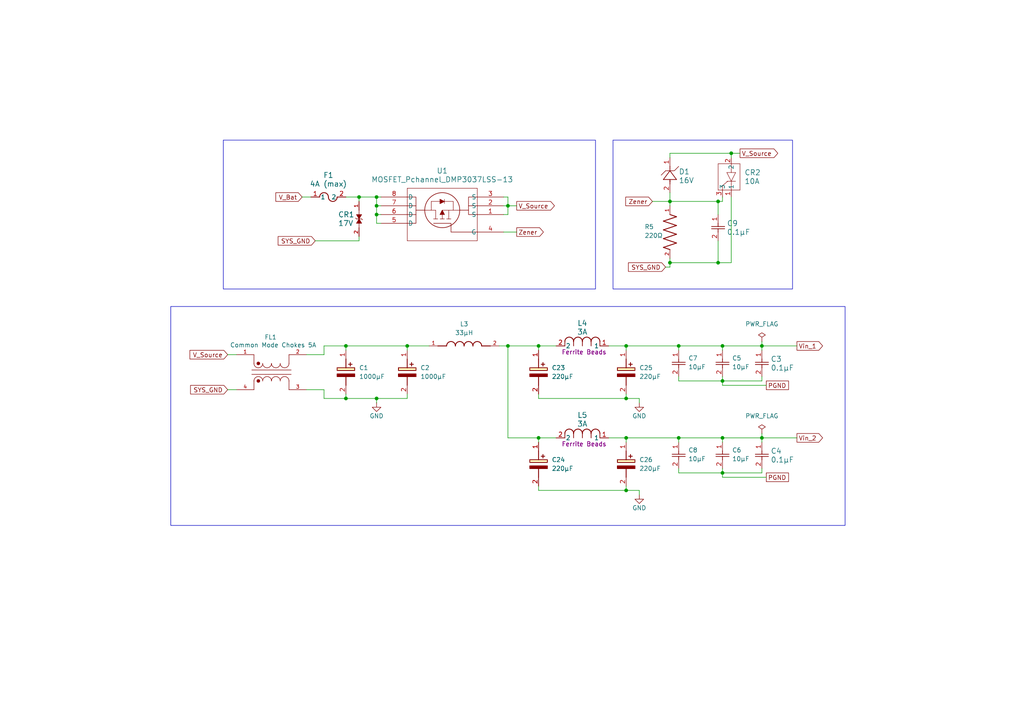
<source format=kicad_sch>
(kicad_sch
	(version 20231120)
	(generator "eeschema")
	(generator_version "8.0")
	(uuid "2faa5263-05a7-4e72-986d-95e3fa52259d")
	(paper "A4")
	(title_block
		(title "PSU_LOW-NOISE_12V_3V3-5V")
		(date "2025-02-10")
		(rev "1")
		(company "EASTLAND SUPLLY")
	)
	(lib_symbols
		(symbol "PWR_MOD:CAP_0.1_mF_CL10A104KA8NNNC"
			(pin_names
				(offset 0.254)
			)
			(exclude_from_sim no)
			(in_bom yes)
			(on_board yes)
			(property "Reference" "C"
				(at 0 3.81 0)
				(effects
					(font
						(size 1.524 1.524)
					)
				)
			)
			(property "Value" "0.1µF"
				(at 0 -3.302 0)
				(effects
					(font
						(size 1.524 1.524)
					)
				)
			)
			(property "Footprint" "CAP_CL10_SAM"
				(at -0.508 6.35 0)
				(effects
					(font
						(size 1.27 1.27)
						(italic yes)
					)
					(hide yes)
				)
			)
			(property "Datasheet" "CL10A104KA8NNNC"
				(at 0 -5.588 0)
				(effects
					(font
						(size 1.27 1.27)
						(italic yes)
					)
					(hide yes)
				)
			)
			(property "Description" ""
				(at -3.81 0 0)
				(effects
					(font
						(size 1.27 1.27)
					)
					(hide yes)
				)
			)
			(property "ki_locked" ""
				(at 0 0 0)
				(effects
					(font
						(size 1.27 1.27)
					)
				)
			)
			(property "ki_keywords" "CL10A104KA8NNNC"
				(at 0 0 0)
				(effects
					(font
						(size 1.27 1.27)
					)
					(hide yes)
				)
			)
			(property "ki_fp_filters" "CAP_CL10_SAM CAP_CL10_SAM-M CAP_CL10_SAM-L"
				(at 0 0 0)
				(effects
					(font
						(size 1.27 1.27)
					)
					(hide yes)
				)
			)
			(symbol "CAP_0.1_mF_CL10A104KA8NNNC_1_1"
				(polyline
					(pts
						(xy -1.27 0) (xy -0.3302 0)
					)
					(stroke
						(width 0.2032)
						(type default)
					)
					(fill
						(type none)
					)
				)
				(polyline
					(pts
						(xy -0.3302 -1.905) (xy -0.3302 1.905)
					)
					(stroke
						(width 0.2032)
						(type default)
					)
					(fill
						(type none)
					)
				)
				(polyline
					(pts
						(xy 0.3048 -1.905) (xy 0.3048 1.905)
					)
					(stroke
						(width 0.2032)
						(type default)
					)
					(fill
						(type none)
					)
				)
				(polyline
					(pts
						(xy 0.3048 0) (xy 1.27 0)
					)
					(stroke
						(width 0.2032)
						(type default)
					)
					(fill
						(type none)
					)
				)
				(pin unspecified line
					(at -3.81 0 0)
					(length 2.54)
					(name ""
						(effects
							(font
								(size 1.27 1.27)
							)
						)
					)
					(number "1"
						(effects
							(font
								(size 1.27 1.27)
							)
						)
					)
				)
				(pin unspecified line
					(at 3.81 0 180)
					(length 2.54)
					(name ""
						(effects
							(font
								(size 1.27 1.27)
							)
						)
					)
					(number "2"
						(effects
							(font
								(size 1.27 1.27)
							)
						)
					)
				)
			)
			(symbol "CAP_0.1_mF_CL10A104KA8NNNC_1_2"
				(polyline
					(pts
						(xy -1.905 -4.1148) (xy 1.905 -4.1148)
					)
					(stroke
						(width 0.2032)
						(type default)
					)
					(fill
						(type none)
					)
				)
				(polyline
					(pts
						(xy -1.905 -3.4798) (xy 1.905 -3.4798)
					)
					(stroke
						(width 0.2032)
						(type default)
					)
					(fill
						(type none)
					)
				)
				(polyline
					(pts
						(xy 0 -4.1148) (xy 0 -5.08)
					)
					(stroke
						(width 0.2032)
						(type default)
					)
					(fill
						(type none)
					)
				)
				(polyline
					(pts
						(xy 0 -2.54) (xy 0 -3.4798)
					)
					(stroke
						(width 0.2032)
						(type default)
					)
					(fill
						(type none)
					)
				)
				(pin unspecified line
					(at 0 0 270)
					(length 2.54)
					(name ""
						(effects
							(font
								(size 1.27 1.27)
							)
						)
					)
					(number "1"
						(effects
							(font
								(size 1.27 1.27)
							)
						)
					)
				)
				(pin unspecified line
					(at 0 -7.62 90)
					(length 2.54)
					(name ""
						(effects
							(font
								(size 1.27 1.27)
							)
						)
					)
					(number "2"
						(effects
							(font
								(size 1.27 1.27)
							)
						)
					)
				)
			)
		)
		(symbol "PWR_MOD:CAP_1000_uF_A750MV108M1EAAE014"
			(pin_names hide)
			(exclude_from_sim no)
			(in_bom yes)
			(on_board yes)
			(property "Reference" "C"
				(at -0.762 7.112 0)
				(effects
					(font
						(size 1.27 1.27)
					)
					(justify left top)
				)
			)
			(property "Value" "1000µF"
				(at -3.556 4.826 0)
				(effects
					(font
						(size 1.27 1.27)
					)
					(justify left top)
				)
			)
			(property "Footprint" "CAPPRD500W65D1000H1600"
				(at 8.89 -96.19 0)
				(effects
					(font
						(size 1.27 1.27)
					)
					(justify left top)
					(hide yes)
				)
			)
			(property "Datasheet" "https://content.kemet.com/datasheets/KEM_A4067_A750.pdf"
				(at 8.89 -196.19 0)
				(effects
					(font
						(size 1.27 1.27)
					)
					(justify left top)
					(hide yes)
				)
			)
			(property "Description" "A750, Aluminum, Polymer Aluminum, 1,000 uF, 20%, 25 VDC, -55/+105C, 105C, -55C, 105C, 2,000 Hrs, 12 % , 14 mOhms, 5,000 uA, 10mm, 14mm, Lead Spacing = 5mm, 19mm, 250"
				(at 0 14.732 0)
				(effects
					(font
						(size 1.27 1.27)
					)
					(hide yes)
				)
			)
			(property "Height" "16"
				(at 8.89 -396.19 0)
				(effects
					(font
						(size 1.27 1.27)
					)
					(justify left top)
					(hide yes)
				)
			)
			(property "Mouser Part Number" "80-A750MV108M1EAAE14"
				(at 8.89 -496.19 0)
				(effects
					(font
						(size 1.27 1.27)
					)
					(justify left top)
					(hide yes)
				)
			)
			(property "Mouser Price/Stock" "https://www.mouser.co.uk/ProductDetail/KEMET/A750MV108M1EAAE014?qs=vmHwEFxEFR%2FIhm5HsH8zPQ%3D%3D"
				(at 8.89 -596.19 0)
				(effects
					(font
						(size 1.27 1.27)
					)
					(justify left top)
					(hide yes)
				)
			)
			(property "Manufacturer_Name" "KEMET"
				(at 8.89 -696.19 0)
				(effects
					(font
						(size 1.27 1.27)
					)
					(justify left top)
					(hide yes)
				)
			)
			(property "Manufacturer_Part_Number" "A750MV108M1EAAE014"
				(at 8.89 -796.19 0)
				(effects
					(font
						(size 1.27 1.27)
					)
					(justify left top)
					(hide yes)
				)
			)
			(symbol "CAP_1000_uF_A750MV108M1EAAE014_1_1"
				(rectangle
					(start -1.27 2.54)
					(end -0.508 -2.54)
					(stroke
						(width 0.254)
						(type default)
					)
					(fill
						(type background)
					)
				)
				(polyline
					(pts
						(xy -3.81 0) (xy -1.27 0)
					)
					(stroke
						(width 0.254)
						(type default)
					)
					(fill
						(type none)
					)
				)
				(polyline
					(pts
						(xy -2.286 1.778) (xy -2.286 0.762)
					)
					(stroke
						(width 0.254)
						(type default)
					)
					(fill
						(type none)
					)
				)
				(polyline
					(pts
						(xy -1.778 1.27) (xy -2.794 1.27)
					)
					(stroke
						(width 0.254)
						(type default)
					)
					(fill
						(type none)
					)
				)
				(polyline
					(pts
						(xy 1.27 0) (xy 3.81 0)
					)
					(stroke
						(width 0.254)
						(type default)
					)
					(fill
						(type none)
					)
				)
				(polyline
					(pts
						(xy 1.27 2.54) (xy 1.27 -2.54) (xy 0.508 -2.54) (xy 0.508 2.54) (xy 1.27 2.54)
					)
					(stroke
						(width 0.254)
						(type default)
					)
					(fill
						(type outline)
					)
				)
				(pin passive line
					(at -6.35 0 0)
					(length 2.54)
					(name "+"
						(effects
							(font
								(size 1.27 1.27)
							)
						)
					)
					(number "1"
						(effects
							(font
								(size 1.27 1.27)
							)
						)
					)
				)
				(pin passive line
					(at 6.35 0 180)
					(length 2.54)
					(name "-"
						(effects
							(font
								(size 1.27 1.27)
							)
						)
					)
					(number "2"
						(effects
							(font
								(size 1.27 1.27)
							)
						)
					)
				)
			)
		)
		(symbol "PWR_MOD:CAP_10_mF_CL31A106KAHNNNE"
			(pin_names
				(offset 1.016)
			)
			(exclude_from_sim no)
			(in_bom yes)
			(on_board yes)
			(property "Reference" "C"
				(at -0.762 2.286 0)
				(effects
					(font
						(size 1.27 1.27)
					)
					(justify left bottom)
				)
			)
			(property "Value" "10µF"
				(at -2.54 -3.81 0)
				(effects
					(font
						(size 1.27 1.27)
					)
					(justify left bottom)
				)
			)
			(property "Footprint" "CL31A106KAHNNNE:CAPC3216X140N"
				(at 0.508 8.89 0)
				(effects
					(font
						(size 1.27 1.27)
					)
					(justify bottom)
					(hide yes)
				)
			)
			(property "Datasheet" ""
				(at 0 0 0)
				(effects
					(font
						(size 1.27 1.27)
					)
					(hide yes)
				)
			)
			(property "Description" ""
				(at 0 0 0)
				(effects
					(font
						(size 1.27 1.27)
					)
					(hide yes)
				)
			)
			(symbol "CAP_10_mF_CL31A106KAHNNNE_1_1"
				(polyline
					(pts
						(xy -1.27 0) (xy -0.3302 0)
					)
					(stroke
						(width 0.2032)
						(type default)
					)
					(fill
						(type none)
					)
				)
				(polyline
					(pts
						(xy -0.3302 -1.905) (xy -0.3302 1.905)
					)
					(stroke
						(width 0.2032)
						(type default)
					)
					(fill
						(type none)
					)
				)
				(polyline
					(pts
						(xy 0.3048 -1.905) (xy 0.3048 1.905)
					)
					(stroke
						(width 0.2032)
						(type default)
					)
					(fill
						(type none)
					)
				)
				(polyline
					(pts
						(xy 0.3048 0) (xy 1.27 0)
					)
					(stroke
						(width 0.2032)
						(type default)
					)
					(fill
						(type none)
					)
				)
				(pin unspecified line
					(at -3.81 0 0)
					(length 2.54)
					(name ""
						(effects
							(font
								(size 1.27 1.27)
							)
						)
					)
					(number "1"
						(effects
							(font
								(size 1.27 1.27)
							)
						)
					)
				)
				(pin unspecified line
					(at 3.81 0 180)
					(length 2.54)
					(name ""
						(effects
							(font
								(size 1.27 1.27)
							)
						)
					)
					(number "2"
						(effects
							(font
								(size 1.27 1.27)
							)
						)
					)
				)
			)
		)
		(symbol "PWR_MOD:CAP_220_uF_A750KS227M1EEAE015"
			(pin_names hide)
			(exclude_from_sim no)
			(in_bom yes)
			(on_board yes)
			(property "Reference" "C"
				(at -1.016 6.35 0)
				(effects
					(font
						(size 1.27 1.27)
					)
					(justify left top)
				)
			)
			(property "Value" "220µF"
				(at -2.794 4.572 0)
				(effects
					(font
						(size 1.27 1.27)
					)
					(justify left top)
				)
			)
			(property "Footprint" "CAPPRD350W65D800H1300"
				(at -29.718 24.13 0)
				(effects
					(font
						(size 1.27 1.27)
					)
					(justify left top)
					(hide yes)
				)
			)
			(property "Datasheet" "https://content.kemet.com/datasheets/KEM_A4067_A750.pdf"
				(at -45.212 14.224 0)
				(effects
					(font
						(size 1.27 1.27)
					)
					(justify left top)
					(hide yes)
				)
			)
			(property "Description" "A750, Aluminum, Polymer Aluminum, 220 uF, 20%, 25 VDC, -55/+105C, 105C, -55C, 105C, 2,000 Hrs, 12 % , 14 mOhms, 5,000 uA, 10mm, 14mm, Lead Spacing = 3.5mm, 13mm, 250"
				(at 10.414 15.748 0)
				(effects
					(font
						(size 1.27 1.27)
					)
					(hide yes)
				)
			)
			(property "Height" "13"
				(at -21.082 11.684 0)
				(effects
					(font
						(size 1.27 1.27)
					)
					(justify left top)
					(hide yes)
				)
			)
			(property "Mouser Part Number" "A750KS227M1EEAE015"
				(at -39.624 21.59 0)
				(effects
					(font
						(size 1.27 1.27)
					)
					(justify left top)
					(hide yes)
				)
			)
			(property "Mouser Price/Stock" "https://www.digikey.com/en/products/detail/kemet/A750KS227M1EEAE015/18118496"
				(at -59.436 19.05 0)
				(effects
					(font
						(size 1.27 1.27)
					)
					(justify left top)
					(hide yes)
				)
			)
			(property "Manufacturer_Name" "KEMET"
				(at -27.686 11.684 0)
				(effects
					(font
						(size 1.27 1.27)
					)
					(justify left top)
					(hide yes)
				)
			)
			(property "Manufacturer_Part_Number" "A750KS227M1EEAE015"
				(at -16.51 21.59 0)
				(effects
					(font
						(size 1.27 1.27)
					)
					(justify left top)
					(hide yes)
				)
			)
			(symbol "CAP_220_uF_A750KS227M1EEAE015_1_1"
				(rectangle
					(start -1.27 2.54)
					(end -0.508 -2.54)
					(stroke
						(width 0.254)
						(type default)
					)
					(fill
						(type background)
					)
				)
				(polyline
					(pts
						(xy -3.81 0) (xy -1.27 0)
					)
					(stroke
						(width 0.254)
						(type default)
					)
					(fill
						(type none)
					)
				)
				(polyline
					(pts
						(xy -2.286 1.778) (xy -2.286 0.762)
					)
					(stroke
						(width 0.254)
						(type default)
					)
					(fill
						(type none)
					)
				)
				(polyline
					(pts
						(xy -1.778 1.27) (xy -2.794 1.27)
					)
					(stroke
						(width 0.254)
						(type default)
					)
					(fill
						(type none)
					)
				)
				(polyline
					(pts
						(xy 1.27 0) (xy 3.81 0)
					)
					(stroke
						(width 0.254)
						(type default)
					)
					(fill
						(type none)
					)
				)
				(polyline
					(pts
						(xy 1.27 2.54) (xy 1.27 -2.54) (xy 0.508 -2.54) (xy 0.508 2.54) (xy 1.27 2.54)
					)
					(stroke
						(width 0.254)
						(type default)
					)
					(fill
						(type outline)
					)
				)
				(pin passive line
					(at -6.35 0 0)
					(length 2.54)
					(name "+"
						(effects
							(font
								(size 1.27 1.27)
							)
						)
					)
					(number "1"
						(effects
							(font
								(size 1.27 1.27)
							)
						)
					)
				)
				(pin passive line
					(at 6.35 0 180)
					(length 2.54)
					(name "-"
						(effects
							(font
								(size 1.27 1.27)
							)
						)
					)
					(number "2"
						(effects
							(font
								(size 1.27 1.27)
							)
						)
					)
				)
			)
		)
		(symbol "PWR_MOD:DIO_TVS_ZENER_17V_SMAJ17CA"
			(pin_names
				(offset 0.254)
			)
			(exclude_from_sim no)
			(in_bom yes)
			(on_board yes)
			(property "Reference" "CR"
				(at 0 2.794 0)
				(effects
					(font
						(size 1.524 1.524)
					)
				)
			)
			(property "Value" "17V"
				(at 0 -2.794 0)
				(effects
					(font
						(size 1.524 1.524)
					)
				)
			)
			(property "Footprint" "SMASeries_LTF"
				(at -0.508 10.16 0)
				(effects
					(font
						(size 1.27 1.27)
						(italic yes)
					)
					(hide yes)
				)
			)
			(property "Datasheet" "SMAJ17CA"
				(at 0 13.97 0)
				(effects
					(font
						(size 1.27 1.27)
						(italic yes)
					)
					(hide yes)
				)
			)
			(property "Description" ""
				(at -5.08 0 0)
				(effects
					(font
						(size 1.27 1.27)
					)
					(hide yes)
				)
			)
			(property "ki_locked" ""
				(at 0 0 0)
				(effects
					(font
						(size 1.27 1.27)
					)
				)
			)
			(property "ki_keywords" "SMAJ17CA"
				(at 0 0 0)
				(effects
					(font
						(size 1.27 1.27)
					)
					(hide yes)
				)
			)
			(property "ki_fp_filters" "SMASeries_LTF SMASeries_LTF-M SMASeries_LTF-L"
				(at 0 0 0)
				(effects
					(font
						(size 1.27 1.27)
					)
					(hide yes)
				)
			)
			(symbol "DIO_TVS_ZENER_17V_SMAJ17CA_0_0"
				(polyline
					(pts
						(xy -1.27 0) (xy -2.54 0)
					)
					(stroke
						(width 0.1524)
						(type default)
					)
					(fill
						(type none)
					)
				)
				(polyline
					(pts
						(xy 0 -0.762) (xy -0.254 -1.016)
					)
					(stroke
						(width 0.1524)
						(type default)
					)
					(fill
						(type none)
					)
				)
				(polyline
					(pts
						(xy 0 -0.762) (xy 0 0.762)
					)
					(stroke
						(width 0.1524)
						(type default)
					)
					(fill
						(type none)
					)
				)
				(polyline
					(pts
						(xy 0 0.762) (xy 0.254 1.016)
					)
					(stroke
						(width 0.1524)
						(type default)
					)
					(fill
						(type none)
					)
				)
				(polyline
					(pts
						(xy 1.27 0) (xy 2.54 0)
					)
					(stroke
						(width 0.1524)
						(type default)
					)
					(fill
						(type none)
					)
				)
				(polyline
					(pts
						(xy 0 0) (xy -1.27 -0.762) (xy -1.27 0.762) (xy 0 0)
					)
					(stroke
						(width 0.1524)
						(type default)
					)
					(fill
						(type outline)
					)
				)
				(polyline
					(pts
						(xy 0 0) (xy 1.27 0.762) (xy 1.27 -0.762) (xy 0 0)
					)
					(stroke
						(width 0.1524)
						(type default)
					)
					(fill
						(type outline)
					)
				)
				(pin passive line
					(at -5.08 0 0)
					(length 2.54)
					(name "~"
						(effects
							(font
								(size 1.016 1.016)
							)
						)
					)
					(number "1"
						(effects
							(font
								(size 1.016 1.016)
							)
						)
					)
				)
				(pin passive line
					(at 5.08 0 180)
					(length 2.54)
					(name "~"
						(effects
							(font
								(size 1.016 1.016)
							)
						)
					)
					(number "2"
						(effects
							(font
								(size 1.016 1.016)
							)
						)
					)
				)
			)
			(symbol "DIO_TVS_ZENER_17V_SMAJ17CA_1_2"
				(polyline
					(pts
						(xy -1.905 3.81) (xy 1.905 3.81)
					)
					(stroke
						(width 0.2032)
						(type default)
					)
					(fill
						(type none)
					)
				)
				(polyline
					(pts
						(xy 0 2.54) (xy 0 3.4798)
					)
					(stroke
						(width 0.2032)
						(type default)
					)
					(fill
						(type none)
					)
				)
				(polyline
					(pts
						(xy 0 3.175) (xy 0 3.81)
					)
					(stroke
						(width 0.2032)
						(type default)
					)
					(fill
						(type none)
					)
				)
				(polyline
					(pts
						(xy 0 6.35) (xy -1.905 3.81)
					)
					(stroke
						(width 0.2032)
						(type default)
					)
					(fill
						(type none)
					)
				)
				(polyline
					(pts
						(xy 0 6.35) (xy 0 7.62)
					)
					(stroke
						(width 0.2032)
						(type default)
					)
					(fill
						(type none)
					)
				)
				(polyline
					(pts
						(xy 1.905 3.81) (xy 0 6.35)
					)
					(stroke
						(width 0.2032)
						(type default)
					)
					(fill
						(type none)
					)
				)
				(polyline
					(pts
						(xy 1.905 6.35) (xy -1.905 6.35)
					)
					(stroke
						(width 0.2032)
						(type default)
					)
					(fill
						(type none)
					)
				)
				(pin unspecified line
					(at 0 10.16 270)
					(length 2.54)
					(name ""
						(effects
							(font
								(size 1.27 1.27)
							)
						)
					)
					(number "1"
						(effects
							(font
								(size 1.27 1.27)
							)
						)
					)
				)
				(pin unspecified line
					(at 0 0 90)
					(length 2.54)
					(name ""
						(effects
							(font
								(size 1.27 1.27)
							)
						)
					)
					(number "2"
						(effects
							(font
								(size 1.27 1.27)
							)
						)
					)
				)
			)
		)
		(symbol "PWR_MOD:DIO_ZENER_16V_D3Z16BF-7"
			(pin_names
				(offset 0.254)
			)
			(exclude_from_sim no)
			(in_bom yes)
			(on_board yes)
			(property "Reference" "D"
				(at 0.254 7.366 0)
				(effects
					(font
						(size 1.524 1.524)
					)
				)
			)
			(property "Value" "16V"
				(at 0.254 4.826 0)
				(effects
					(font
						(size 1.524 1.524)
					)
				)
			)
			(property "Footprint" "SOD323F_DIO"
				(at 0 13.97 0)
				(effects
					(font
						(size 1.27 1.27)
						(italic yes)
					)
					(hide yes)
				)
			)
			(property "Datasheet" "D3Z16BF-7"
				(at 11.684 17.526 0)
				(effects
					(font
						(size 1.27 1.27)
						(italic yes)
					)
					(hide yes)
				)
			)
			(property "Description" ""
				(at 0 0 0)
				(effects
					(font
						(size 1.27 1.27)
					)
					(hide yes)
				)
			)
			(property "ki_locked" ""
				(at 0 0 0)
				(effects
					(font
						(size 1.27 1.27)
					)
				)
			)
			(property "ki_keywords" "D3Z16BF-7"
				(at 0 0 0)
				(effects
					(font
						(size 1.27 1.27)
					)
					(hide yes)
				)
			)
			(property "ki_fp_filters" "SOD323F_DIO SOD323F_DIO-M SOD323F_DIO-L"
				(at 0 0 0)
				(effects
					(font
						(size 1.27 1.27)
					)
					(hide yes)
				)
			)
			(symbol "DIO_ZENER_16V_D3Z16BF-7_1_1"
				(polyline
					(pts
						(xy -2.54 0) (xy -1.6002 0)
					)
					(stroke
						(width 0.2032)
						(type default)
					)
					(fill
						(type none)
					)
				)
				(polyline
					(pts
						(xy -1.905 0) (xy -1.27 0)
					)
					(stroke
						(width 0.2032)
						(type default)
					)
					(fill
						(type none)
					)
				)
				(polyline
					(pts
						(xy -1.27 -1.905) (xy 1.27 0)
					)
					(stroke
						(width 0.2032)
						(type default)
					)
					(fill
						(type none)
					)
				)
				(polyline
					(pts
						(xy -1.27 1.905) (xy -1.27 -1.905)
					)
					(stroke
						(width 0.2032)
						(type default)
					)
					(fill
						(type none)
					)
				)
				(polyline
					(pts
						(xy 1.27 0) (xy -1.27 1.905)
					)
					(stroke
						(width 0.2032)
						(type default)
					)
					(fill
						(type none)
					)
				)
				(polyline
					(pts
						(xy 1.27 0) (xy 2.54 0)
					)
					(stroke
						(width 0.2032)
						(type default)
					)
					(fill
						(type none)
					)
				)
				(polyline
					(pts
						(xy 1.27 1.27) (xy 0 2.54)
					)
					(stroke
						(width 0)
						(type default)
					)
					(fill
						(type none)
					)
				)
				(polyline
					(pts
						(xy 1.27 1.27) (xy 1.27 -1.27) (xy 2.54 -2.54)
					)
					(stroke
						(width 0)
						(type default)
					)
					(fill
						(type none)
					)
				)
				(pin unspecified line
					(at 5.08 0 180)
					(length 2.54)
					(name ""
						(effects
							(font
								(size 1.27 1.27)
							)
						)
					)
					(number "1"
						(effects
							(font
								(size 1.27 1.27)
							)
						)
					)
				)
				(pin unspecified line
					(at -5.08 0 0)
					(length 2.54)
					(name ""
						(effects
							(font
								(size 1.27 1.27)
							)
						)
					)
					(number "2"
						(effects
							(font
								(size 1.27 1.27)
							)
						)
					)
				)
			)
		)
		(symbol "PWR_MOD:FER_BEADS_3A_MPZ1608S101ATAH0"
			(pin_names
				(offset 0.254)
			)
			(exclude_from_sim no)
			(in_bom yes)
			(on_board yes)
			(property "Reference" "L"
				(at 6.985 5.08 0)
				(effects
					(font
						(size 1.524 1.524)
					)
				)
			)
			(property "Value" "FER_BEADS_3A_MPZ1608S101ATAH0"
				(at 6.985 -2.54 0)
				(effects
					(font
						(size 1.524 1.524)
					)
				)
			)
			(property "Footprint" "IND_1608_TDK"
				(at 0.762 8.636 0)
				(effects
					(font
						(size 1.27 1.27)
						(italic yes)
					)
					(hide yes)
				)
			)
			(property "Datasheet" "MPZ1608S101ATAH0"
				(at 2.032 11.176 0)
				(effects
					(font
						(size 1.27 1.27)
						(italic yes)
					)
					(hide yes)
				)
			)
			(property "Description" ""
				(at 0 0 0)
				(effects
					(font
						(size 1.27 1.27)
					)
					(hide yes)
				)
			)
			(property "ki_locked" ""
				(at 0 0 0)
				(effects
					(font
						(size 1.27 1.27)
					)
				)
			)
			(property "ki_keywords" "MPZ1608S101ATAH0"
				(at 0 0 0)
				(effects
					(font
						(size 1.27 1.27)
					)
					(hide yes)
				)
			)
			(property "ki_fp_filters" "IND_1608_TDK IND_1608_TDK-M IND_1608_TDK-L"
				(at 0 0 0)
				(effects
					(font
						(size 1.27 1.27)
					)
					(hide yes)
				)
			)
			(symbol "FER_BEADS_3A_MPZ1608S101ATAH0_1_1"
				(polyline
					(pts
						(xy 2.54 0) (xy 2.54 1.27)
					)
					(stroke
						(width 0.2032)
						(type default)
					)
					(fill
						(type none)
					)
				)
				(polyline
					(pts
						(xy 5.08 0) (xy 5.08 1.27)
					)
					(stroke
						(width 0.2032)
						(type default)
					)
					(fill
						(type none)
					)
				)
				(polyline
					(pts
						(xy 7.62 0) (xy 7.62 1.27)
					)
					(stroke
						(width 0.2032)
						(type default)
					)
					(fill
						(type none)
					)
				)
				(polyline
					(pts
						(xy 10.16 0) (xy 10.16 1.27)
					)
					(stroke
						(width 0.2032)
						(type default)
					)
					(fill
						(type none)
					)
				)
				(polyline
					(pts
						(xy 12.7 0) (xy 12.7 1.27)
					)
					(stroke
						(width 0.2032)
						(type default)
					)
					(fill
						(type none)
					)
				)
				(arc
					(start 5.08 1.27)
					(mid 3.81 2.5344)
					(end 2.54 1.27)
					(stroke
						(width 0.254)
						(type default)
					)
					(fill
						(type none)
					)
				)
				(arc
					(start 7.62 1.27)
					(mid 6.35 2.5344)
					(end 5.08 1.27)
					(stroke
						(width 0.254)
						(type default)
					)
					(fill
						(type none)
					)
				)
				(arc
					(start 10.16 1.27)
					(mid 8.89 2.5344)
					(end 7.62 1.27)
					(stroke
						(width 0.254)
						(type default)
					)
					(fill
						(type none)
					)
				)
				(arc
					(start 12.7 1.27)
					(mid 11.43 2.5344)
					(end 10.16 1.27)
					(stroke
						(width 0.254)
						(type default)
					)
					(fill
						(type none)
					)
				)
				(pin unspecified line
					(at 15.24 0 180)
					(length 2.54)
					(name "1"
						(effects
							(font
								(size 1.27 1.27)
							)
						)
					)
					(number "1"
						(effects
							(font
								(size 1.27 1.27)
							)
						)
					)
				)
				(pin unspecified line
					(at 0 0 0)
					(length 2.54)
					(name "2"
						(effects
							(font
								(size 1.27 1.27)
							)
						)
					)
					(number "2"
						(effects
							(font
								(size 1.27 1.27)
							)
						)
					)
				)
			)
			(symbol "FER_BEADS_3A_MPZ1608S101ATAH0_1_2"
				(arc
					(start -1.27 5.08)
					(mid -2.5344 3.81)
					(end -1.27 2.54)
					(stroke
						(width 0.254)
						(type default)
					)
					(fill
						(type none)
					)
				)
				(arc
					(start -1.27 7.62)
					(mid -2.5344 6.35)
					(end -1.27 5.08)
					(stroke
						(width 0.254)
						(type default)
					)
					(fill
						(type none)
					)
				)
				(arc
					(start -1.27 10.16)
					(mid -2.5344 8.89)
					(end -1.27 7.62)
					(stroke
						(width 0.254)
						(type default)
					)
					(fill
						(type none)
					)
				)
				(arc
					(start -1.27 12.7)
					(mid -2.5344 11.43)
					(end -1.27 10.16)
					(stroke
						(width 0.254)
						(type default)
					)
					(fill
						(type none)
					)
				)
				(polyline
					(pts
						(xy 0 2.54) (xy -1.27 2.54)
					)
					(stroke
						(width 0.2032)
						(type default)
					)
					(fill
						(type none)
					)
				)
				(polyline
					(pts
						(xy 0 5.08) (xy -1.27 5.08)
					)
					(stroke
						(width 0.2032)
						(type default)
					)
					(fill
						(type none)
					)
				)
				(polyline
					(pts
						(xy 0 7.62) (xy -1.27 7.62)
					)
					(stroke
						(width 0.2032)
						(type default)
					)
					(fill
						(type none)
					)
				)
				(polyline
					(pts
						(xy 0 10.16) (xy -1.27 10.16)
					)
					(stroke
						(width 0.2032)
						(type default)
					)
					(fill
						(type none)
					)
				)
				(polyline
					(pts
						(xy 0 12.7) (xy -1.27 12.7)
					)
					(stroke
						(width 0.2032)
						(type default)
					)
					(fill
						(type none)
					)
				)
				(pin unspecified line
					(at 0 15.24 270)
					(length 2.54)
					(name "1"
						(effects
							(font
								(size 1.27 1.27)
							)
						)
					)
					(number "1"
						(effects
							(font
								(size 1.27 1.27)
							)
						)
					)
				)
				(pin unspecified line
					(at 0 0 90)
					(length 2.54)
					(name "2"
						(effects
							(font
								(size 1.27 1.27)
							)
						)
					)
					(number "2"
						(effects
							(font
								(size 1.27 1.27)
							)
						)
					)
				)
			)
		)
		(symbol "PWR_MOD:FILTER_5A_ACMP-5025-251-T"
			(pin_names
				(offset 1.016)
			)
			(exclude_from_sim no)
			(in_bom yes)
			(on_board yes)
			(property "Reference" "FL"
				(at -0.762 7.112 0)
				(effects
					(font
						(size 1.27 1.27)
					)
					(justify left bottom)
				)
			)
			(property "Value" "Common Mode Chokes 5A"
				(at -12.954 -7.62 0)
				(effects
					(font
						(size 1.27 1.27)
					)
					(justify left bottom)
				)
			)
			(property "Footprint" "ACMP-5025-251-T:FIL_ACMP-5025-251-T"
				(at 0.762 19.05 0)
				(effects
					(font
						(size 1.27 1.27)
					)
					(justify bottom)
					(hide yes)
				)
			)
			(property "Datasheet" ""
				(at 0 0 0)
				(effects
					(font
						(size 1.27 1.27)
					)
					(hide yes)
				)
			)
			(property "Description" ""
				(at 0 0 0)
				(effects
					(font
						(size 1.27 1.27)
					)
					(hide yes)
				)
			)
			(property "PARTREV" "B"
				(at 17.018 13.462 0)
				(effects
					(font
						(size 1.27 1.27)
					)
					(justify bottom)
					(hide yes)
				)
			)
			(property "MANUFACTURER" "Abracon"
				(at 12.446 13.462 0)
				(effects
					(font
						(size 1.27 1.27)
					)
					(justify bottom)
					(hide yes)
				)
			)
			(property "MAXIMUM_PACKAGE_HEIGHT" "2.5 mm"
				(at 3.81 13.462 0)
				(effects
					(font
						(size 1.27 1.27)
					)
					(justify bottom)
					(hide yes)
				)
			)
			(property "STANDARD" "Manufacturer Recommendations"
				(at -0.762 16.002 0)
				(effects
					(font
						(size 1.27 1.27)
					)
					(justify bottom)
					(hide yes)
				)
			)
			(symbol "FILTER_5A_ACMP-5025-251-T_0_0"
				(arc
					(start -5.08 2.54)
					(mid -3.81 1.2755)
					(end -2.54 2.54)
					(stroke
						(width 0.1524)
						(type default)
					)
					(fill
						(type none)
					)
				)
				(circle
					(center -3.81 -2.54)
					(radius 0.254)
					(stroke
						(width 0.508)
						(type default)
					)
					(fill
						(type none)
					)
				)
				(circle
					(center -3.81 2.54)
					(radius 0.254)
					(stroke
						(width 0.508)
						(type default)
					)
					(fill
						(type none)
					)
				)
				(arc
					(start -2.54 -2.54)
					(mid -3.81 -1.2755)
					(end -5.08 -2.54)
					(stroke
						(width 0.1524)
						(type default)
					)
					(fill
						(type none)
					)
				)
				(arc
					(start -2.54 2.54)
					(mid -1.27 1.2755)
					(end 0 2.54)
					(stroke
						(width 0.1524)
						(type default)
					)
					(fill
						(type none)
					)
				)
				(arc
					(start 0 -2.54)
					(mid -1.27 -1.2755)
					(end -2.54 -2.54)
					(stroke
						(width 0.1524)
						(type default)
					)
					(fill
						(type none)
					)
				)
				(polyline
					(pts
						(xy -5.715 -0.635) (xy 5.715 -0.635)
					)
					(stroke
						(width 0.1524)
						(type default)
					)
					(fill
						(type none)
					)
				)
				(polyline
					(pts
						(xy -5.715 0.635) (xy 5.715 0.635)
					)
					(stroke
						(width 0.1524)
						(type default)
					)
					(fill
						(type none)
					)
				)
				(polyline
					(pts
						(xy -5.08 -2.54) (xy -5.08 -5.08)
					)
					(stroke
						(width 0.1524)
						(type default)
					)
					(fill
						(type none)
					)
				)
				(polyline
					(pts
						(xy -5.08 2.54) (xy -5.08 5.08)
					)
					(stroke
						(width 0.1524)
						(type default)
					)
					(fill
						(type none)
					)
				)
				(polyline
					(pts
						(xy 5.08 -2.54) (xy 5.08 -5.08)
					)
					(stroke
						(width 0.1524)
						(type default)
					)
					(fill
						(type none)
					)
				)
				(polyline
					(pts
						(xy 5.08 2.54) (xy 5.08 5.08)
					)
					(stroke
						(width 0.1524)
						(type default)
					)
					(fill
						(type none)
					)
				)
				(arc
					(start 0 2.54)
					(mid 1.27 1.2755)
					(end 2.54 2.54)
					(stroke
						(width 0.1524)
						(type default)
					)
					(fill
						(type none)
					)
				)
				(arc
					(start 2.54 -2.54)
					(mid 1.27 -1.2755)
					(end 0 -2.54)
					(stroke
						(width 0.1524)
						(type default)
					)
					(fill
						(type none)
					)
				)
				(arc
					(start 2.54 2.54)
					(mid 3.81 1.2755)
					(end 5.08 2.54)
					(stroke
						(width 0.1524)
						(type default)
					)
					(fill
						(type none)
					)
				)
				(arc
					(start 5.08 -2.54)
					(mid 3.81 -1.2755)
					(end 2.54 -2.54)
					(stroke
						(width 0.1524)
						(type default)
					)
					(fill
						(type none)
					)
				)
				(pin passive line
					(at -10.16 5.08 0)
					(length 5.08)
					(name "~"
						(effects
							(font
								(size 1.016 1.016)
							)
						)
					)
					(number "1"
						(effects
							(font
								(size 1.016 1.016)
							)
						)
					)
				)
				(pin passive line
					(at 10.16 5.08 180)
					(length 5.08)
					(name "~"
						(effects
							(font
								(size 1.016 1.016)
							)
						)
					)
					(number "2"
						(effects
							(font
								(size 1.016 1.016)
							)
						)
					)
				)
				(pin passive line
					(at 10.16 -5.08 180)
					(length 5.08)
					(name "~"
						(effects
							(font
								(size 1.016 1.016)
							)
						)
					)
					(number "3"
						(effects
							(font
								(size 1.016 1.016)
							)
						)
					)
				)
				(pin passive line
					(at -10.16 -5.08 0)
					(length 5.08)
					(name "~"
						(effects
							(font
								(size 1.016 1.016)
							)
						)
					)
					(number "4"
						(effects
							(font
								(size 1.016 1.016)
							)
						)
					)
				)
			)
		)
		(symbol "PWR_MOD:FUSE_HOLDER_5x20mm_0031.8221"
			(pin_names
				(offset 0.254)
			)
			(exclude_from_sim no)
			(in_bom yes)
			(on_board yes)
			(property "Reference" "F"
				(at 0 2.794 0)
				(effects
					(font
						(size 1.524 1.524)
					)
				)
			)
			(property "Value" "10A (max)"
				(at 1.016 -3.048 0)
				(effects
					(font
						(size 1.524 1.524)
					)
				)
			)
			(property "Footprint" "FUSE_31.8221_SCH"
				(at 0.254 5.334 0)
				(effects
					(font
						(size 1.27 1.27)
						(italic yes)
					)
					(hide yes)
				)
			)
			(property "Datasheet" "0031.8221"
				(at 0 -6.858 0)
				(effects
					(font
						(size 1.27 1.27)
						(italic yes)
					)
					(hide yes)
				)
			)
			(property "Description" ""
				(at -5.08 0 0)
				(effects
					(font
						(size 1.27 1.27)
					)
					(hide yes)
				)
			)
			(property "ki_locked" ""
				(at 0 0 0)
				(effects
					(font
						(size 1.27 1.27)
					)
				)
			)
			(property "ki_keywords" "0031.8221"
				(at 0 0 0)
				(effects
					(font
						(size 1.27 1.27)
					)
					(hide yes)
				)
			)
			(property "ki_fp_filters" "FUSE_31.8221_SCH"
				(at 0 0 0)
				(effects
					(font
						(size 1.27 1.27)
					)
					(hide yes)
				)
			)
			(symbol "FUSE_HOLDER_5x20mm_0031.8221_1_1"
				(arc
					(start 0 0)
					(mid -1.27 1.2645)
					(end -2.54 0)
					(stroke
						(width 0.254)
						(type default)
					)
					(fill
						(type none)
					)
				)
				(arc
					(start 0 0)
					(mid 1.27 -1.2645)
					(end 2.54 0)
					(stroke
						(width 0.254)
						(type default)
					)
					(fill
						(type none)
					)
				)
				(pin unspecified line
					(at -5.08 0 0)
					(length 2.54)
					(name "1"
						(effects
							(font
								(size 1.27 1.27)
							)
						)
					)
					(number "1"
						(effects
							(font
								(size 1.27 1.27)
							)
						)
					)
				)
				(pin unspecified line
					(at 5.08 0 180)
					(length 2.54)
					(name "2"
						(effects
							(font
								(size 1.27 1.27)
							)
						)
					)
					(number "2"
						(effects
							(font
								(size 1.27 1.27)
							)
						)
					)
				)
			)
			(symbol "FUSE_HOLDER_5x20mm_0031.8221_1_2"
				(arc
					(start 0 5.08)
					(mid -1.2645 3.81)
					(end 0 2.54)
					(stroke
						(width 0.254)
						(type default)
					)
					(fill
						(type none)
					)
				)
				(arc
					(start 0 5.08)
					(mid 1.2645 6.35)
					(end 0 7.62)
					(stroke
						(width 0.254)
						(type default)
					)
					(fill
						(type none)
					)
				)
				(pin unspecified line
					(at 0 0 90)
					(length 2.54)
					(name "1"
						(effects
							(font
								(size 1.27 1.27)
							)
						)
					)
					(number "1"
						(effects
							(font
								(size 1.27 1.27)
							)
						)
					)
				)
				(pin unspecified line
					(at 0 10.16 270)
					(length 2.54)
					(name "2"
						(effects
							(font
								(size 1.27 1.27)
							)
						)
					)
					(number "2"
						(effects
							(font
								(size 1.27 1.27)
							)
						)
					)
				)
			)
		)
		(symbol "PWR_MOD:IND_33_uH_ETQP4M330KVC"
			(pin_names
				(offset 1.016)
			)
			(exclude_from_sim no)
			(in_bom yes)
			(on_board yes)
			(property "Reference" "L"
				(at -0.762 2.032 0)
				(effects
					(font
						(size 1.27 1.27)
					)
					(justify left bottom)
				)
			)
			(property "Value" "33µH"
				(at -2.54 -0.508 0)
				(effects
					(font
						(size 1.27 1.27)
					)
					(justify left top)
				)
			)
			(property "Footprint" "ETQP4M330KVC:IND_ETQP4M330KVC"
				(at 0.508 8.89 0)
				(effects
					(font
						(size 1.27 1.27)
					)
					(justify bottom)
					(hide yes)
				)
			)
			(property "Datasheet" ""
				(at 0 0 0)
				(effects
					(font
						(size 1.27 1.27)
					)
					(hide yes)
				)
			)
			(property "Description" ""
				(at 0 0 0)
				(effects
					(font
						(size 1.27 1.27)
					)
					(hide yes)
				)
			)
			(property "PARTREV" "1-Feb-20"
				(at 0.762 5.334 0)
				(effects
					(font
						(size 1.27 1.27)
					)
					(justify bottom)
					(hide yes)
				)
			)
			(property "STANDARD" "Manufacturer Recommendations"
				(at 0.254 14.224 0)
				(effects
					(font
						(size 1.27 1.27)
					)
					(justify bottom)
					(hide yes)
				)
			)
			(property "MAXIMUM_PACKAGE_HEIGHT" "4.0 mm"
				(at 0 -10.414 0)
				(effects
					(font
						(size 1.27 1.27)
					)
					(justify bottom)
					(hide yes)
				)
			)
			(property "MANUFACTURER" "Panasonic"
				(at -0.762 -12.446 0)
				(effects
					(font
						(size 1.27 1.27)
					)
					(justify bottom)
					(hide yes)
				)
			)
			(symbol "IND_33_uH_ETQP4M330KVC_0_0"
				(arc
					(start -2.54 0)
					(mid -3.81 1.2645)
					(end -5.08 0)
					(stroke
						(width 0.254)
						(type default)
					)
					(fill
						(type none)
					)
				)
				(arc
					(start 0 0)
					(mid -1.27 1.2645)
					(end -2.54 0)
					(stroke
						(width 0.254)
						(type default)
					)
					(fill
						(type none)
					)
				)
				(polyline
					(pts
						(xy -5.08 0) (xy -7.62 0)
					)
					(stroke
						(width 0.254)
						(type default)
					)
					(fill
						(type none)
					)
				)
				(polyline
					(pts
						(xy 5.08 0) (xy 7.62 0)
					)
					(stroke
						(width 0.254)
						(type default)
					)
					(fill
						(type none)
					)
				)
				(arc
					(start 2.54 0)
					(mid 1.27 1.2645)
					(end 0 0)
					(stroke
						(width 0.254)
						(type default)
					)
					(fill
						(type none)
					)
				)
				(arc
					(start 5.08 0)
					(mid 3.81 1.2645)
					(end 2.54 0)
					(stroke
						(width 0.254)
						(type default)
					)
					(fill
						(type none)
					)
				)
			)
			(symbol "IND_33_uH_ETQP4M330KVC_1_0"
				(pin passive line
					(at -10.16 0 0)
					(length 2.54)
					(name "~"
						(effects
							(font
								(size 1.016 1.016)
							)
						)
					)
					(number "1"
						(effects
							(font
								(size 1.016 1.016)
							)
						)
					)
				)
				(pin passive line
					(at 10.16 0 180)
					(length 2.54)
					(name "~"
						(effects
							(font
								(size 1.016 1.016)
							)
						)
					)
					(number "2"
						(effects
							(font
								(size 1.016 1.016)
							)
						)
					)
				)
			)
		)
		(symbol "PWR_MOD:MOSFET_Pchannel_DMP3037LSS-13"
			(pin_names
				(offset 0.254)
			)
			(exclude_from_sim no)
			(in_bom yes)
			(on_board yes)
			(property "Reference" "U"
				(at 0.254 8.89 0)
				(effects
					(font
						(size 1.524 1.524)
					)
				)
			)
			(property "Value" "MOSFET_Pchannel_DMP3037LSS-13"
				(at 0.254 6.35 0)
				(effects
					(font
						(size 1.524 1.524)
					)
				)
			)
			(property "Footprint" "SO8_DIO"
				(at 21.59 -21.082 0)
				(effects
					(font
						(size 1.27 1.27)
						(italic yes)
					)
					(hide yes)
				)
			)
			(property "Datasheet" "DMP3037LSS-13"
				(at 21.336 -24.13 0)
				(effects
					(font
						(size 1.27 1.27)
						(italic yes)
					)
					(hide yes)
				)
			)
			(property "Description" ""
				(at 17.78 -7.62 0)
				(effects
					(font
						(size 1.27 1.27)
					)
					(hide yes)
				)
			)
			(property "ki_locked" ""
				(at 0 0 0)
				(effects
					(font
						(size 1.27 1.27)
					)
				)
			)
			(property "ki_keywords" "DMP3037LSS-13"
				(at 0 0 0)
				(effects
					(font
						(size 1.27 1.27)
					)
					(hide yes)
				)
			)
			(property "ki_fp_filters" "SO8_DIO SO8_DIO-M SO8_DIO-L"
				(at 0 0 0)
				(effects
					(font
						(size 1.27 1.27)
					)
					(hide yes)
				)
			)
			(symbol "MOSFET_Pchannel_DMP3037LSS-13_0_1"
				(polyline
					(pts
						(xy -10.16 -10.16) (xy 10.16 -10.16)
					)
					(stroke
						(width 0.127)
						(type default)
					)
					(fill
						(type none)
					)
				)
				(polyline
					(pts
						(xy -10.16 5.08) (xy -10.16 -10.16)
					)
					(stroke
						(width 0.127)
						(type default)
					)
					(fill
						(type none)
					)
				)
				(polyline
					(pts
						(xy -5.08 -1.27) (xy -1.905 -1.27)
					)
					(stroke
						(width 0.127)
						(type default)
					)
					(fill
						(type none)
					)
				)
				(polyline
					(pts
						(xy -3.175 -1.27) (xy -3.175 1.27)
					)
					(stroke
						(width 0.127)
						(type default)
					)
					(fill
						(type none)
					)
				)
				(polyline
					(pts
						(xy -3.175 1.27) (xy 3.175 1.27)
					)
					(stroke
						(width 0.127)
						(type default)
					)
					(fill
						(type none)
					)
				)
				(polyline
					(pts
						(xy -1.905 -3.81) (xy -1.905 -1.27)
					)
					(stroke
						(width 0.127)
						(type default)
					)
					(fill
						(type none)
					)
				)
				(polyline
					(pts
						(xy -1.27 -3.81) (xy -2.54 -3.81)
					)
					(stroke
						(width 0.127)
						(type default)
					)
					(fill
						(type none)
					)
				)
				(polyline
					(pts
						(xy -0.635 -3.81) (xy 0.635 -3.81)
					)
					(stroke
						(width 0.127)
						(type default)
					)
					(fill
						(type none)
					)
				)
				(polyline
					(pts
						(xy -0.635 -2.54) (xy 0 -1.27)
					)
					(stroke
						(width 0.127)
						(type default)
					)
					(fill
						(type none)
					)
				)
				(polyline
					(pts
						(xy -0.635 0.635) (xy 0.635 1.27)
					)
					(stroke
						(width 0.127)
						(type default)
					)
					(fill
						(type none)
					)
				)
				(polyline
					(pts
						(xy -0.635 1.905) (xy -0.635 0.635)
					)
					(stroke
						(width 0.127)
						(type default)
					)
					(fill
						(type none)
					)
				)
				(polyline
					(pts
						(xy 0 -1.27) (xy 0 -3.81)
					)
					(stroke
						(width 0.127)
						(type default)
					)
					(fill
						(type none)
					)
				)
				(polyline
					(pts
						(xy 0 -1.27) (xy 0.635 -2.54)
					)
					(stroke
						(width 0.127)
						(type default)
					)
					(fill
						(type none)
					)
				)
				(polyline
					(pts
						(xy 0.635 -2.54) (xy -0.635 -2.54)
					)
					(stroke
						(width 0.127)
						(type default)
					)
					(fill
						(type none)
					)
				)
				(polyline
					(pts
						(xy 0.635 1.27) (xy -0.635 1.905)
					)
					(stroke
						(width 0.127)
						(type default)
					)
					(fill
						(type none)
					)
				)
				(polyline
					(pts
						(xy 0.635 1.905) (xy 0.635 0.635)
					)
					(stroke
						(width 0.127)
						(type default)
					)
					(fill
						(type none)
					)
				)
				(polyline
					(pts
						(xy 1.27 -3.81) (xy 2.54 -3.81)
					)
					(stroke
						(width 0.127)
						(type default)
					)
					(fill
						(type none)
					)
				)
				(polyline
					(pts
						(xy 1.905 -3.81) (xy 1.905 -1.27)
					)
					(stroke
						(width 0.127)
						(type default)
					)
					(fill
						(type none)
					)
				)
				(polyline
					(pts
						(xy 3.175 1.27) (xy 3.175 -1.27)
					)
					(stroke
						(width 0.127)
						(type default)
					)
					(fill
						(type none)
					)
				)
				(polyline
					(pts
						(xy 5.08 -1.27) (xy 0 -1.27)
					)
					(stroke
						(width 0.127)
						(type default)
					)
					(fill
						(type none)
					)
				)
				(polyline
					(pts
						(xy 10.16 -10.16) (xy 10.16 5.08)
					)
					(stroke
						(width 0.127)
						(type default)
					)
					(fill
						(type none)
					)
				)
				(polyline
					(pts
						(xy 10.16 5.08) (xy -10.16 5.08)
					)
					(stroke
						(width 0.127)
						(type default)
					)
					(fill
						(type none)
					)
				)
				(polyline
					(pts
						(xy -0.635 1.905) (xy -0.635 0.635) (xy 0.635 1.27)
					)
					(stroke
						(width 0)
						(type default)
					)
					(fill
						(type outline)
					)
				)
				(polyline
					(pts
						(xy 0.635 -2.54) (xy 0 -1.27) (xy -0.635 -2.54)
					)
					(stroke
						(width 0)
						(type default)
					)
					(fill
						(type outline)
					)
				)
				(pin unspecified line
					(at 17.78 -2.54 180)
					(length 7.62)
					(name "S"
						(effects
							(font
								(size 1.27 1.27)
							)
						)
					)
					(number "1"
						(effects
							(font
								(size 1.27 1.27)
							)
						)
					)
				)
				(pin unspecified line
					(at 17.78 0 180)
					(length 7.62)
					(name "S"
						(effects
							(font
								(size 1.27 1.27)
							)
						)
					)
					(number "2"
						(effects
							(font
								(size 1.27 1.27)
							)
						)
					)
				)
				(pin unspecified line
					(at 17.78 2.54 180)
					(length 7.62)
					(name "S"
						(effects
							(font
								(size 1.27 1.27)
							)
						)
					)
					(number "3"
						(effects
							(font
								(size 1.27 1.27)
							)
						)
					)
				)
				(pin unspecified line
					(at 17.78 -7.62 180)
					(length 7.62)
					(name "G"
						(effects
							(font
								(size 1.27 1.27)
							)
						)
					)
					(number "4"
						(effects
							(font
								(size 1.27 1.27)
							)
						)
					)
				)
				(pin unspecified line
					(at -17.78 -5.08 0)
					(length 7.62)
					(name "D"
						(effects
							(font
								(size 1.27 1.27)
							)
						)
					)
					(number "5"
						(effects
							(font
								(size 1.27 1.27)
							)
						)
					)
				)
				(pin unspecified line
					(at -17.78 -2.54 0)
					(length 7.62)
					(name "D"
						(effects
							(font
								(size 1.27 1.27)
							)
						)
					)
					(number "6"
						(effects
							(font
								(size 1.27 1.27)
							)
						)
					)
				)
				(pin unspecified line
					(at -17.78 0 0)
					(length 7.62)
					(name "D"
						(effects
							(font
								(size 1.27 1.27)
							)
						)
					)
					(number "7"
						(effects
							(font
								(size 1.27 1.27)
							)
						)
					)
				)
				(pin unspecified line
					(at -17.78 2.54 0)
					(length 7.62)
					(name "D"
						(effects
							(font
								(size 1.27 1.27)
							)
						)
					)
					(number "8"
						(effects
							(font
								(size 1.27 1.27)
							)
						)
					)
				)
			)
			(symbol "MOSFET_Pchannel_DMP3037LSS-13_1_1"
				(circle
					(center 0 -1.27)
					(radius 5.08)
					(stroke
						(width 0.1778)
						(type default)
					)
					(fill
						(type none)
					)
				)
				(polyline
					(pts
						(xy -10.16 -2.54) (xy -7.62 -2.54)
					)
					(stroke
						(width 0)
						(type default)
					)
					(fill
						(type none)
					)
				)
				(polyline
					(pts
						(xy -10.16 0) (xy -7.62 0)
					)
					(stroke
						(width 0)
						(type default)
					)
					(fill
						(type none)
					)
				)
				(polyline
					(pts
						(xy -5.08 -1.27) (xy -7.62 -1.27)
					)
					(stroke
						(width 0)
						(type default)
					)
					(fill
						(type none)
					)
				)
				(polyline
					(pts
						(xy 5.08 -1.27) (xy 7.62 -1.27)
					)
					(stroke
						(width 0)
						(type default)
					)
					(fill
						(type none)
					)
				)
				(polyline
					(pts
						(xy 10.16 0) (xy 7.62 0)
					)
					(stroke
						(width 0)
						(type default)
					)
					(fill
						(type none)
					)
				)
				(polyline
					(pts
						(xy -10.16 2.54) (xy -7.62 2.54) (xy -7.62 -5.08) (xy -10.16 -5.08)
					)
					(stroke
						(width 0)
						(type default)
					)
					(fill
						(type none)
					)
				)
				(polyline
					(pts
						(xy -2.54 -5.08) (xy 2.54 -5.08) (xy 2.54 -7.62) (xy 10.16 -7.62)
					)
					(stroke
						(width 0)
						(type default)
					)
					(fill
						(type none)
					)
				)
				(polyline
					(pts
						(xy 10.16 2.54) (xy 7.62 2.54) (xy 7.62 -2.54) (xy 10.16 -2.54)
					)
					(stroke
						(width 0)
						(type default)
					)
					(fill
						(type none)
					)
				)
			)
		)
		(symbol "PWR_MOD:RES_220_Ohms_CRM1206-FX-2200ELF"
			(pin_names
				(offset 1.016)
			)
			(exclude_from_sim no)
			(in_bom yes)
			(on_board yes)
			(property "Reference" "R"
				(at -0.762 2.54 0)
				(effects
					(font
						(size 1.27 1.27)
					)
					(justify left bottom)
				)
			)
			(property "Value" "220Ω"
				(at -2.286 -4.064 0)
				(effects
					(font
						(size 1.27 1.27)
					)
					(justify left bottom)
				)
			)
			(property "Footprint" "CRM1206-FX-2200ELF:RESC3116X65N"
				(at 0.254 6.35 0)
				(effects
					(font
						(size 1.27 1.27)
					)
					(justify bottom)
					(hide yes)
				)
			)
			(property "Datasheet" ""
				(at 0 0 0)
				(effects
					(font
						(size 1.27 1.27)
					)
					(hide yes)
				)
			)
			(property "Description" ""
				(at 0 0 0)
				(effects
					(font
						(size 1.27 1.27)
					)
					(hide yes)
				)
			)
			(symbol "RES_220_Ohms_CRM1206-FX-2200ELF_0_0"
				(polyline
					(pts
						(xy -5.08 0) (xy -4.445 1.905)
					)
					(stroke
						(width 0.254)
						(type default)
					)
					(fill
						(type none)
					)
				)
				(polyline
					(pts
						(xy -4.445 1.905) (xy -3.175 -1.905)
					)
					(stroke
						(width 0.254)
						(type default)
					)
					(fill
						(type none)
					)
				)
				(polyline
					(pts
						(xy -3.175 -1.905) (xy -1.905 1.905)
					)
					(stroke
						(width 0.254)
						(type default)
					)
					(fill
						(type none)
					)
				)
				(polyline
					(pts
						(xy -1.905 1.905) (xy -0.635 -1.905)
					)
					(stroke
						(width 0.254)
						(type default)
					)
					(fill
						(type none)
					)
				)
				(polyline
					(pts
						(xy -0.635 -1.905) (xy 0.635 1.905)
					)
					(stroke
						(width 0.254)
						(type default)
					)
					(fill
						(type none)
					)
				)
				(polyline
					(pts
						(xy 0.635 1.905) (xy 1.905 -1.905)
					)
					(stroke
						(width 0.254)
						(type default)
					)
					(fill
						(type none)
					)
				)
				(polyline
					(pts
						(xy 1.905 -1.905) (xy 3.175 1.905)
					)
					(stroke
						(width 0.254)
						(type default)
					)
					(fill
						(type none)
					)
				)
				(polyline
					(pts
						(xy 3.175 1.905) (xy 4.445 -1.905)
					)
					(stroke
						(width 0.254)
						(type default)
					)
					(fill
						(type none)
					)
				)
				(polyline
					(pts
						(xy 4.445 -1.905) (xy 5.08 0)
					)
					(stroke
						(width 0.254)
						(type default)
					)
					(fill
						(type none)
					)
				)
			)
			(symbol "RES_220_Ohms_CRM1206-FX-2200ELF_1_0"
				(pin passive line
					(at -7.62 0 0)
					(length 2.54)
					(name "~"
						(effects
							(font
								(size 1.016 1.016)
							)
						)
					)
					(number "1"
						(effects
							(font
								(size 1.016 1.016)
							)
						)
					)
				)
				(pin passive line
					(at 7.62 0 180)
					(length 2.54)
					(name "~"
						(effects
							(font
								(size 1.016 1.016)
							)
						)
					)
					(number "2"
						(effects
							(font
								(size 1.016 1.016)
							)
						)
					)
				)
			)
		)
		(symbol "PWR_MOD:SCR_10A_TN1605H-8BTR"
			(pin_names
				(offset 0.254)
			)
			(exclude_from_sim no)
			(in_bom yes)
			(on_board yes)
			(property "Reference" "CR"
				(at 0 7.62 0)
				(effects
					(font
						(size 1.524 1.524)
					)
				)
			)
			(property "Value" "10A"
				(at 0.508 5.08 0)
				(effects
					(font
						(size 1.524 1.524)
					)
				)
			)
			(property "Footprint" "DPAK_6p73x6p22-2p286_STM"
				(at 4.572 11.684 0)
				(effects
					(font
						(size 1.27 1.27)
						(italic yes)
					)
					(hide yes)
				)
			)
			(property "Datasheet" "TN1605H-8BTR"
				(at 0.508 14.732 0)
				(effects
					(font
						(size 1.27 1.27)
						(italic yes)
					)
					(hide yes)
				)
			)
			(property "Description" ""
				(at -10.922 0 0)
				(effects
					(font
						(size 1.27 1.27)
					)
					(hide yes)
				)
			)
			(property "ki_locked" ""
				(at 0 0 0)
				(effects
					(font
						(size 1.27 1.27)
					)
				)
			)
			(property "ki_keywords" "TN1605H-8BTR"
				(at 0 0 0)
				(effects
					(font
						(size 1.27 1.27)
					)
					(hide yes)
				)
			)
			(property "ki_fp_filters" "DPAK_6p73x6p22-2p286_STM DPAK_6p73x6p22-2p286_STM-M DPAK_6p73x6p22-2p286_STM-L"
				(at 0 0 0)
				(effects
					(font
						(size 1.27 1.27)
					)
					(hide yes)
				)
			)
			(symbol "SCR_10A_TN1605H-8BTR_0_1"
				(polyline
					(pts
						(xy -3.302 -3.81) (xy 4.318 -3.81)
					)
					(stroke
						(width 0.127)
						(type default)
					)
					(fill
						(type none)
					)
				)
				(polyline
					(pts
						(xy -3.302 0) (xy -0.762 0)
					)
					(stroke
						(width 0.127)
						(type default)
					)
					(fill
						(type none)
					)
				)
				(polyline
					(pts
						(xy -3.302 2.54) (xy -3.302 -3.81)
					)
					(stroke
						(width 0.127)
						(type default)
					)
					(fill
						(type none)
					)
				)
				(polyline
					(pts
						(xy -0.762 -1.27) (xy 1.778 0)
					)
					(stroke
						(width 0.127)
						(type default)
					)
					(fill
						(type none)
					)
				)
				(polyline
					(pts
						(xy -0.762 1.27) (xy -0.762 -1.27)
					)
					(stroke
						(width 0.127)
						(type default)
					)
					(fill
						(type none)
					)
				)
				(polyline
					(pts
						(xy -0.762 1.27) (xy 1.778 0)
					)
					(stroke
						(width 0.127)
						(type default)
					)
					(fill
						(type none)
					)
				)
				(polyline
					(pts
						(xy 1.778 0) (xy 4.318 0)
					)
					(stroke
						(width 0.127)
						(type default)
					)
					(fill
						(type none)
					)
				)
				(polyline
					(pts
						(xy 1.778 1.27) (xy 1.778 -1.27)
					)
					(stroke
						(width 0.127)
						(type default)
					)
					(fill
						(type none)
					)
				)
				(polyline
					(pts
						(xy 3.048 -2.54) (xy 1.778 -1.016)
					)
					(stroke
						(width 0.127)
						(type default)
					)
					(fill
						(type none)
					)
				)
				(polyline
					(pts
						(xy 4.318 -3.81) (xy 4.318 2.54)
					)
					(stroke
						(width 0.127)
						(type default)
					)
					(fill
						(type none)
					)
				)
				(polyline
					(pts
						(xy 4.318 -2.54) (xy 3.048 -2.54)
					)
					(stroke
						(width 0.127)
						(type default)
					)
					(fill
						(type none)
					)
				)
				(polyline
					(pts
						(xy 4.318 2.54) (xy -3.302 2.54)
					)
					(stroke
						(width 0.127)
						(type default)
					)
					(fill
						(type none)
					)
				)
			)
			(symbol "SCR_10A_TN1605H-8BTR_1_1"
				(pin unspecified line
					(at 6.35 0 180)
					(length 2.032)
					(name "1"
						(effects
							(font
								(size 1.27 1.27)
							)
						)
					)
					(number "1"
						(effects
							(font
								(size 1.27 1.27)
							)
						)
					)
				)
				(pin unspecified line
					(at -5.08 0 0)
					(length 1.778)
					(name "2"
						(effects
							(font
								(size 1.27 1.27)
							)
						)
					)
					(number "2"
						(effects
							(font
								(size 1.27 1.27)
							)
						)
					)
				)
				(pin unspecified line
					(at 6.35 -2.54 180)
					(length 2.032)
					(name "3"
						(effects
							(font
								(size 1.27 1.27)
							)
						)
					)
					(number "3"
						(effects
							(font
								(size 1.27 1.27)
							)
						)
					)
				)
			)
		)
		(symbol "power:GND"
			(power)
			(pin_numbers hide)
			(pin_names
				(offset 0) hide)
			(exclude_from_sim no)
			(in_bom yes)
			(on_board yes)
			(property "Reference" "#PWR"
				(at 0 -6.35 0)
				(effects
					(font
						(size 1.27 1.27)
					)
					(hide yes)
				)
			)
			(property "Value" "GND"
				(at 0 -3.81 0)
				(effects
					(font
						(size 1.27 1.27)
					)
				)
			)
			(property "Footprint" ""
				(at 0 0 0)
				(effects
					(font
						(size 1.27 1.27)
					)
					(hide yes)
				)
			)
			(property "Datasheet" ""
				(at 0 0 0)
				(effects
					(font
						(size 1.27 1.27)
					)
					(hide yes)
				)
			)
			(property "Description" "Power symbol creates a global label with name \"GND\" , ground"
				(at 0 0 0)
				(effects
					(font
						(size 1.27 1.27)
					)
					(hide yes)
				)
			)
			(property "ki_keywords" "global power"
				(at 0 0 0)
				(effects
					(font
						(size 1.27 1.27)
					)
					(hide yes)
				)
			)
			(symbol "GND_0_1"
				(polyline
					(pts
						(xy 0 0) (xy 0 -1.27) (xy 1.27 -1.27) (xy 0 -2.54) (xy -1.27 -1.27) (xy 0 -1.27)
					)
					(stroke
						(width 0)
						(type default)
					)
					(fill
						(type none)
					)
				)
			)
			(symbol "GND_1_1"
				(pin power_in line
					(at 0 0 270)
					(length 0)
					(name "~"
						(effects
							(font
								(size 1.27 1.27)
							)
						)
					)
					(number "1"
						(effects
							(font
								(size 1.27 1.27)
							)
						)
					)
				)
			)
		)
		(symbol "power:PWR_FLAG"
			(power)
			(pin_numbers hide)
			(pin_names
				(offset 0) hide)
			(exclude_from_sim no)
			(in_bom yes)
			(on_board yes)
			(property "Reference" "#FLG"
				(at 0 1.905 0)
				(effects
					(font
						(size 1.27 1.27)
					)
					(hide yes)
				)
			)
			(property "Value" "PWR_FLAG"
				(at 0 3.81 0)
				(effects
					(font
						(size 1.27 1.27)
					)
				)
			)
			(property "Footprint" ""
				(at 0 0 0)
				(effects
					(font
						(size 1.27 1.27)
					)
					(hide yes)
				)
			)
			(property "Datasheet" "~"
				(at 0 0 0)
				(effects
					(font
						(size 1.27 1.27)
					)
					(hide yes)
				)
			)
			(property "Description" "Special symbol for telling ERC where power comes from"
				(at 0 0 0)
				(effects
					(font
						(size 1.27 1.27)
					)
					(hide yes)
				)
			)
			(property "ki_keywords" "flag power"
				(at 0 0 0)
				(effects
					(font
						(size 1.27 1.27)
					)
					(hide yes)
				)
			)
			(symbol "PWR_FLAG_0_0"
				(pin power_out line
					(at 0 0 90)
					(length 0)
					(name "~"
						(effects
							(font
								(size 1.27 1.27)
							)
						)
					)
					(number "1"
						(effects
							(font
								(size 1.27 1.27)
							)
						)
					)
				)
			)
			(symbol "PWR_FLAG_0_1"
				(polyline
					(pts
						(xy 0 0) (xy 0 1.27) (xy -1.016 1.905) (xy 0 2.54) (xy 1.016 1.905) (xy 0 1.27)
					)
					(stroke
						(width 0)
						(type default)
					)
					(fill
						(type none)
					)
				)
			)
		)
	)
	(junction
		(at 109.22 62.23)
		(diameter 0)
		(color 0 0 0 0)
		(uuid "182d4a0a-ed7c-480a-b3c7-438615c6c55f")
	)
	(junction
		(at 181.61 115.57)
		(diameter 0)
		(color 0 0 0 0)
		(uuid "2120a240-e961-4b3c-b645-28b669074946")
	)
	(junction
		(at 196.85 127)
		(diameter 0)
		(color 0 0 0 0)
		(uuid "264851c7-df18-400a-8e88-72fdd72e8384")
	)
	(junction
		(at 208.28 58.42)
		(diameter 0)
		(color 0 0 0 0)
		(uuid "27a2b752-b383-4a82-a8ac-a435a19d982b")
	)
	(junction
		(at 196.85 100.33)
		(diameter 0)
		(color 0 0 0 0)
		(uuid "2f714205-411d-4b83-a05e-bf2b48eb21e2")
	)
	(junction
		(at 109.22 57.15)
		(diameter 0)
		(color 0 0 0 0)
		(uuid "3af97de4-c522-4656-a5d7-cac51fb22c10")
	)
	(junction
		(at 209.55 100.33)
		(diameter 0)
		(color 0 0 0 0)
		(uuid "3d59cdbb-072a-47fa-87fe-4a89ee441ecd")
	)
	(junction
		(at 147.32 59.69)
		(diameter 0)
		(color 0 0 0 0)
		(uuid "435b5580-d2c8-4ca9-ba36-122d20889f99")
	)
	(junction
		(at 147.32 100.33)
		(diameter 0)
		(color 0 0 0 0)
		(uuid "494b4fe8-1e33-487b-8c80-9aa34d67b296")
	)
	(junction
		(at 181.61 127)
		(diameter 0)
		(color 0 0 0 0)
		(uuid "49a2edcb-2a2c-43c0-b357-676a804b1be4")
	)
	(junction
		(at 100.33 100.33)
		(diameter 0)
		(color 0 0 0 0)
		(uuid "54f63e78-02a5-41e5-ae03-9905283f0208")
	)
	(junction
		(at 208.28 76.2)
		(diameter 0)
		(color 0 0 0 0)
		(uuid "6a8d5510-8fc0-46a0-8d72-852e76d4067f")
	)
	(junction
		(at 156.21 100.33)
		(diameter 0)
		(color 0 0 0 0)
		(uuid "6ad42332-21f9-4611-8f8e-3e70cb43cce7")
	)
	(junction
		(at 109.22 115.57)
		(diameter 0)
		(color 0 0 0 0)
		(uuid "9127480c-6b45-4764-90c7-e92de5df452b")
	)
	(junction
		(at 194.31 76.2)
		(diameter 0)
		(color 0 0 0 0)
		(uuid "933e7c24-5f45-4f31-b636-77587bd2c3ca")
	)
	(junction
		(at 220.98 100.33)
		(diameter 0)
		(color 0 0 0 0)
		(uuid "aade50d5-9d5a-4704-856b-d797fd118eb1")
	)
	(junction
		(at 209.55 137.16)
		(diameter 0)
		(color 0 0 0 0)
		(uuid "c9c15f8d-8bfb-4619-a666-1024218a3311")
	)
	(junction
		(at 194.31 58.42)
		(diameter 0)
		(color 0 0 0 0)
		(uuid "ce4d6798-87ca-44d3-82cc-604ce5899d29")
	)
	(junction
		(at 181.61 142.24)
		(diameter 0)
		(color 0 0 0 0)
		(uuid "d548ce3f-241a-4460-b637-73c72c29dc98")
	)
	(junction
		(at 212.09 44.45)
		(diameter 0)
		(color 0 0 0 0)
		(uuid "dee0cbc5-7f45-49b4-9dd5-189789323cb8")
	)
	(junction
		(at 220.98 127)
		(diameter 0)
		(color 0 0 0 0)
		(uuid "df6ed651-59fd-41d0-b46a-23d8e2229be5")
	)
	(junction
		(at 156.21 127)
		(diameter 0)
		(color 0 0 0 0)
		(uuid "e046bd8c-8c3b-4d17-a9d8-5637a40a52cb")
	)
	(junction
		(at 209.55 127)
		(diameter 0)
		(color 0 0 0 0)
		(uuid "e266c7ae-9f5c-4b48-a5d8-cba78f8e5afc")
	)
	(junction
		(at 109.22 59.69)
		(diameter 0)
		(color 0 0 0 0)
		(uuid "e4337cbd-bb5e-4ebb-81f6-6a49e55d0fb7")
	)
	(junction
		(at 100.33 115.57)
		(diameter 0)
		(color 0 0 0 0)
		(uuid "e859a2c6-5391-42fe-8b5c-84173c2fdfdc")
	)
	(junction
		(at 181.61 100.33)
		(diameter 0)
		(color 0 0 0 0)
		(uuid "ebc8bcb0-6a6a-4945-b5fb-15f7259d9dda")
	)
	(junction
		(at 118.11 100.33)
		(diameter 0)
		(color 0 0 0 0)
		(uuid "ef0018c7-73be-46f0-ae16-7befd55ca41b")
	)
	(junction
		(at 209.55 110.49)
		(diameter 0)
		(color 0 0 0 0)
		(uuid "f90d35ee-0def-425f-8a49-58548e9722b3")
	)
	(junction
		(at 104.14 57.15)
		(diameter 0)
		(color 0 0 0 0)
		(uuid "fd9141c5-3432-472a-ac8b-49e64f4b1337")
	)
	(wire
		(pts
			(xy 93.98 113.03) (xy 88.9 113.03)
		)
		(stroke
			(width 0)
			(type default)
		)
		(uuid "0063e4ba-507a-4aa3-97ed-4a899914b983")
	)
	(wire
		(pts
			(xy 194.31 74.93) (xy 194.31 76.2)
		)
		(stroke
			(width 0)
			(type default)
		)
		(uuid "0153cca3-ac54-4794-b574-8cf41a151c4c")
	)
	(wire
		(pts
			(xy 212.09 44.45) (xy 214.63 44.45)
		)
		(stroke
			(width 0)
			(type default)
		)
		(uuid "0270df71-21da-49c1-a8bb-5ef442bd42bb")
	)
	(wire
		(pts
			(xy 181.61 142.24) (xy 185.42 142.24)
		)
		(stroke
			(width 0)
			(type default)
		)
		(uuid "04c3e984-ac64-4161-ab7d-c270ef5f0081")
	)
	(wire
		(pts
			(xy 104.14 57.15) (xy 109.22 57.15)
		)
		(stroke
			(width 0)
			(type default)
		)
		(uuid "0503d264-0eef-4839-9df8-f03cc4196f99")
	)
	(wire
		(pts
			(xy 196.85 100.33) (xy 196.85 101.6)
		)
		(stroke
			(width 0)
			(type default)
		)
		(uuid "052a7b87-8c5b-449f-b4d0-599a8a46fb5d")
	)
	(wire
		(pts
			(xy 118.11 100.33) (xy 118.11 101.6)
		)
		(stroke
			(width 0)
			(type default)
		)
		(uuid "09c53458-1be6-48da-8dc2-9b2a324baf19")
	)
	(wire
		(pts
			(xy 220.98 110.49) (xy 220.98 109.22)
		)
		(stroke
			(width 0)
			(type default)
		)
		(uuid "0be5704b-8f2f-4be1-8320-f3170265c55b")
	)
	(wire
		(pts
			(xy 194.31 45.72) (xy 194.31 44.45)
		)
		(stroke
			(width 0)
			(type default)
		)
		(uuid "0d4e0b78-ae4f-4eb5-a801-0ffb9815026e")
	)
	(wire
		(pts
			(xy 209.55 109.22) (xy 209.55 110.49)
		)
		(stroke
			(width 0)
			(type default)
		)
		(uuid "11e44b12-c67d-464d-a511-09db958134ae")
	)
	(wire
		(pts
			(xy 209.55 135.89) (xy 209.55 137.16)
		)
		(stroke
			(width 0)
			(type default)
		)
		(uuid "14b008d3-4866-4aa6-8eaf-69597b812087")
	)
	(wire
		(pts
			(xy 185.42 116.84) (xy 185.42 115.57)
		)
		(stroke
			(width 0)
			(type default)
		)
		(uuid "176a5593-13bf-4149-8b7f-deb0f50b029b")
	)
	(wire
		(pts
			(xy 147.32 127) (xy 156.21 127)
		)
		(stroke
			(width 0)
			(type default)
		)
		(uuid "19caaa86-160a-4c18-8497-c53505757b91")
	)
	(wire
		(pts
			(xy 161.29 127) (xy 156.21 127)
		)
		(stroke
			(width 0)
			(type default)
		)
		(uuid "1a39cc42-6702-4bc0-ba82-5f04c3ef27a5")
	)
	(wire
		(pts
			(xy 220.98 99.06) (xy 220.98 100.33)
		)
		(stroke
			(width 0)
			(type default)
		)
		(uuid "214e0887-bb12-4877-bbbf-d24974202950")
	)
	(wire
		(pts
			(xy 100.33 115.57) (xy 100.33 114.3)
		)
		(stroke
			(width 0)
			(type default)
		)
		(uuid "246083b4-a202-4a42-8c5c-3e0268244524")
	)
	(wire
		(pts
			(xy 104.14 57.15) (xy 104.14 58.42)
		)
		(stroke
			(width 0)
			(type default)
		)
		(uuid "27af4b95-737c-4fa6-a659-f8562f04429c")
	)
	(wire
		(pts
			(xy 209.55 100.33) (xy 196.85 100.33)
		)
		(stroke
			(width 0)
			(type default)
		)
		(uuid "2a771ae4-3cfb-4d8c-a3af-6d36c37c9d0d")
	)
	(wire
		(pts
			(xy 104.14 68.58) (xy 104.14 69.85)
		)
		(stroke
			(width 0)
			(type default)
		)
		(uuid "2b729bf4-96dd-4c0a-9116-d8d5ff2ebde4")
	)
	(wire
		(pts
			(xy 212.09 57.15) (xy 212.09 76.2)
		)
		(stroke
			(width 0)
			(type default)
		)
		(uuid "2da97e06-ee4a-4fe7-9f9c-5c33537bf23c")
	)
	(wire
		(pts
			(xy 220.98 135.89) (xy 220.98 137.16)
		)
		(stroke
			(width 0)
			(type default)
		)
		(uuid "2f327a19-8211-49ba-b9ee-b1fe0ef270f2")
	)
	(wire
		(pts
			(xy 209.55 57.15) (xy 209.55 58.42)
		)
		(stroke
			(width 0)
			(type default)
		)
		(uuid "30bb9fa3-3f31-49d1-9f0c-c30bd5543237")
	)
	(wire
		(pts
			(xy 181.61 115.57) (xy 181.61 114.3)
		)
		(stroke
			(width 0)
			(type default)
		)
		(uuid "31818542-2c40-467c-a099-52ffd8255ad1")
	)
	(wire
		(pts
			(xy 109.22 57.15) (xy 109.22 59.69)
		)
		(stroke
			(width 0)
			(type default)
		)
		(uuid "31f0232b-c28a-4158-a749-9160753b81ba")
	)
	(wire
		(pts
			(xy 147.32 59.69) (xy 147.32 62.23)
		)
		(stroke
			(width 0)
			(type default)
		)
		(uuid "353b3ccd-9940-492b-ba28-721cedc03e20")
	)
	(wire
		(pts
			(xy 109.22 62.23) (xy 110.49 62.23)
		)
		(stroke
			(width 0)
			(type default)
		)
		(uuid "36c4aa4b-8baf-458b-bddd-b67db275a24a")
	)
	(wire
		(pts
			(xy 220.98 127) (xy 209.55 127)
		)
		(stroke
			(width 0)
			(type default)
		)
		(uuid "393a4429-bc1b-41fb-8059-53bcb157bdd4")
	)
	(wire
		(pts
			(xy 93.98 115.57) (xy 93.98 113.03)
		)
		(stroke
			(width 0)
			(type default)
		)
		(uuid "3a099d7d-0473-4c36-b2d1-adf94b0b3c43")
	)
	(wire
		(pts
			(xy 185.42 143.51) (xy 185.42 142.24)
		)
		(stroke
			(width 0)
			(type default)
		)
		(uuid "3c282346-3d05-40a3-9ddb-261f6ae9649f")
	)
	(wire
		(pts
			(xy 88.9 102.87) (xy 93.98 102.87)
		)
		(stroke
			(width 0)
			(type default)
		)
		(uuid "3e6f7aa7-7048-4974-9bf8-e7b4234cce2e")
	)
	(wire
		(pts
			(xy 181.61 127) (xy 196.85 127)
		)
		(stroke
			(width 0)
			(type default)
		)
		(uuid "406d1aea-88a1-403f-9024-46c0ed2dafae")
	)
	(wire
		(pts
			(xy 220.98 101.6) (xy 220.98 100.33)
		)
		(stroke
			(width 0)
			(type default)
		)
		(uuid "41923231-ebb5-4b44-bdc5-a1c09a01129b")
	)
	(wire
		(pts
			(xy 156.21 127) (xy 156.21 128.27)
		)
		(stroke
			(width 0)
			(type default)
		)
		(uuid "48ab9a6a-72d3-4902-9efd-6e63a340e354")
	)
	(wire
		(pts
			(xy 118.11 114.3) (xy 118.11 115.57)
		)
		(stroke
			(width 0)
			(type default)
		)
		(uuid "4b67eb96-622f-4edc-89c4-4169bc9c7a6c")
	)
	(wire
		(pts
			(xy 194.31 58.42) (xy 194.31 59.69)
		)
		(stroke
			(width 0)
			(type default)
		)
		(uuid "512c49a8-f31a-4586-83ea-1283b31f5128")
	)
	(wire
		(pts
			(xy 212.09 76.2) (xy 208.28 76.2)
		)
		(stroke
			(width 0)
			(type default)
		)
		(uuid "51e4be4d-3f14-4f2b-a5bf-c6e17b0fde8b")
	)
	(wire
		(pts
			(xy 176.53 127) (xy 181.61 127)
		)
		(stroke
			(width 0)
			(type default)
		)
		(uuid "5232138b-0ff2-4de8-a400-f644ff5dfe0d")
	)
	(wire
		(pts
			(xy 147.32 100.33) (xy 147.32 127)
		)
		(stroke
			(width 0)
			(type default)
		)
		(uuid "535de7b7-cae4-4451-ac72-0d5e2d949ebe")
	)
	(wire
		(pts
			(xy 208.28 58.42) (xy 194.31 58.42)
		)
		(stroke
			(width 0)
			(type default)
		)
		(uuid "552c8c56-bdd7-447a-8b4c-6cad4682c371")
	)
	(wire
		(pts
			(xy 220.98 128.27) (xy 220.98 127)
		)
		(stroke
			(width 0)
			(type default)
		)
		(uuid "56aae1bd-bb10-4413-a8b5-77684c60c53e")
	)
	(wire
		(pts
			(xy 176.53 100.33) (xy 181.61 100.33)
		)
		(stroke
			(width 0)
			(type default)
		)
		(uuid "57158966-1c04-4299-8ee5-b83f4f4b08c4")
	)
	(wire
		(pts
			(xy 194.31 76.2) (xy 194.31 77.47)
		)
		(stroke
			(width 0)
			(type default)
		)
		(uuid "57f3a1ff-6f4f-46f5-8943-72a4f894e408")
	)
	(wire
		(pts
			(xy 209.55 110.49) (xy 220.98 110.49)
		)
		(stroke
			(width 0)
			(type default)
		)
		(uuid "59eb9b99-af6e-4d5c-a0dc-c375605392db")
	)
	(wire
		(pts
			(xy 156.21 101.6) (xy 156.21 100.33)
		)
		(stroke
			(width 0)
			(type default)
		)
		(uuid "5a308296-8962-455e-aa21-3cb7061ba7cc")
	)
	(wire
		(pts
			(xy 181.61 127) (xy 181.61 128.27)
		)
		(stroke
			(width 0)
			(type default)
		)
		(uuid "607ddf4f-0c98-424c-86ba-76f87ae22708")
	)
	(wire
		(pts
			(xy 147.32 100.33) (xy 156.21 100.33)
		)
		(stroke
			(width 0)
			(type default)
		)
		(uuid "61df56c1-4d6a-4a13-b102-d9b4c4bb42d8")
	)
	(wire
		(pts
			(xy 93.98 115.57) (xy 100.33 115.57)
		)
		(stroke
			(width 0)
			(type default)
		)
		(uuid "620f072b-63c3-498e-bd0f-b8d91f1db413")
	)
	(wire
		(pts
			(xy 196.85 109.22) (xy 196.85 110.49)
		)
		(stroke
			(width 0)
			(type default)
		)
		(uuid "65c542be-0d73-4e50-aef0-30af1681d58f")
	)
	(wire
		(pts
			(xy 209.55 137.16) (xy 196.85 137.16)
		)
		(stroke
			(width 0)
			(type default)
		)
		(uuid "6e627f49-743a-45e5-8ecd-2e23a163908a")
	)
	(wire
		(pts
			(xy 109.22 115.57) (xy 100.33 115.57)
		)
		(stroke
			(width 0)
			(type default)
		)
		(uuid "6e87552f-c14e-487e-be69-0d3e1a54c38d")
	)
	(wire
		(pts
			(xy 109.22 64.77) (xy 110.49 64.77)
		)
		(stroke
			(width 0)
			(type default)
		)
		(uuid "6f3f807a-f795-4a44-aeb3-17615f871bbe")
	)
	(wire
		(pts
			(xy 181.61 100.33) (xy 181.61 101.6)
		)
		(stroke
			(width 0)
			(type default)
		)
		(uuid "7051750d-ac12-4bfa-9f29-bc3e54c4fbcd")
	)
	(wire
		(pts
			(xy 100.33 101.6) (xy 100.33 100.33)
		)
		(stroke
			(width 0)
			(type default)
		)
		(uuid "70d451f4-5cb8-439f-9382-2076d0352b84")
	)
	(wire
		(pts
			(xy 87.63 57.15) (xy 90.17 57.15)
		)
		(stroke
			(width 0)
			(type default)
		)
		(uuid "70ea892d-5e5a-45c9-9a09-7a25f4af0184")
	)
	(wire
		(pts
			(xy 110.49 57.15) (xy 109.22 57.15)
		)
		(stroke
			(width 0)
			(type default)
		)
		(uuid "726c46d0-6265-4505-9049-b9ba05220e76")
	)
	(wire
		(pts
			(xy 66.04 102.87) (xy 68.58 102.87)
		)
		(stroke
			(width 0)
			(type default)
		)
		(uuid "73529e87-e06a-4b18-b203-020def93af5d")
	)
	(wire
		(pts
			(xy 194.31 44.45) (xy 212.09 44.45)
		)
		(stroke
			(width 0)
			(type default)
		)
		(uuid "7952ccb9-2e8b-42bf-8574-f6276848249b")
	)
	(wire
		(pts
			(xy 156.21 114.3) (xy 156.21 115.57)
		)
		(stroke
			(width 0)
			(type default)
		)
		(uuid "7964ce2c-945d-408e-a614-fc4ade8bcc46")
	)
	(wire
		(pts
			(xy 109.22 59.69) (xy 109.22 62.23)
		)
		(stroke
			(width 0)
			(type default)
		)
		(uuid "79a05a21-3dac-4eb5-81c0-58cd04c97988")
	)
	(wire
		(pts
			(xy 220.98 137.16) (xy 209.55 137.16)
		)
		(stroke
			(width 0)
			(type default)
		)
		(uuid "7b1a3c1d-af3d-4998-b03a-d68849c0e1c3")
	)
	(wire
		(pts
			(xy 208.28 58.42) (xy 208.28 62.23)
		)
		(stroke
			(width 0)
			(type default)
		)
		(uuid "7dbc55b2-0819-4744-8b99-2d628824e7f0")
	)
	(wire
		(pts
			(xy 156.21 140.97) (xy 156.21 142.24)
		)
		(stroke
			(width 0)
			(type default)
		)
		(uuid "7edbccea-3256-4aef-8a13-68bb379b24fd")
	)
	(wire
		(pts
			(xy 209.55 100.33) (xy 209.55 101.6)
		)
		(stroke
			(width 0)
			(type default)
		)
		(uuid "80858527-9625-48fa-93d8-a7e0713740a2")
	)
	(wire
		(pts
			(xy 156.21 142.24) (xy 181.61 142.24)
		)
		(stroke
			(width 0)
			(type default)
		)
		(uuid "882168a6-a83c-4650-9b46-c91a804a26c2")
	)
	(wire
		(pts
			(xy 208.28 69.85) (xy 208.28 76.2)
		)
		(stroke
			(width 0)
			(type default)
		)
		(uuid "8823113c-f6bd-4e82-8836-48b966aacd2e")
	)
	(wire
		(pts
			(xy 100.33 57.15) (xy 104.14 57.15)
		)
		(stroke
			(width 0)
			(type default)
		)
		(uuid "8902b34f-fa4a-44f5-ba4f-81d4a4645201")
	)
	(wire
		(pts
			(xy 208.28 76.2) (xy 194.31 76.2)
		)
		(stroke
			(width 0)
			(type default)
		)
		(uuid "8af76783-8362-4644-9341-5d532c40073c")
	)
	(wire
		(pts
			(xy 209.55 127) (xy 209.55 128.27)
		)
		(stroke
			(width 0)
			(type default)
		)
		(uuid "919289ce-b751-48d9-baf0-47b52429a20f")
	)
	(wire
		(pts
			(xy 109.22 59.69) (xy 110.49 59.69)
		)
		(stroke
			(width 0)
			(type default)
		)
		(uuid "9abb30d2-b91a-465c-b1fc-106c034663c3")
	)
	(wire
		(pts
			(xy 196.85 137.16) (xy 196.85 135.89)
		)
		(stroke
			(width 0)
			(type default)
		)
		(uuid "9b596e32-9ea8-4a34-a1e1-7422da38e6b2")
	)
	(wire
		(pts
			(xy 196.85 110.49) (xy 209.55 110.49)
		)
		(stroke
			(width 0)
			(type default)
		)
		(uuid "9e3ff337-91cd-4ab6-97ac-d193502ba144")
	)
	(wire
		(pts
			(xy 93.98 100.33) (xy 100.33 100.33)
		)
		(stroke
			(width 0)
			(type default)
		)
		(uuid "9fde8013-ed31-4369-af3e-af39b998a41c")
	)
	(wire
		(pts
			(xy 144.78 100.33) (xy 147.32 100.33)
		)
		(stroke
			(width 0)
			(type default)
		)
		(uuid "a18e915b-1719-472e-b783-d9a3b0e29128")
	)
	(wire
		(pts
			(xy 146.05 67.31) (xy 149.86 67.31)
		)
		(stroke
			(width 0)
			(type default)
		)
		(uuid "a1eec8d7-ee9e-4531-b388-f8a69f0196e6")
	)
	(wire
		(pts
			(xy 109.22 62.23) (xy 109.22 64.77)
		)
		(stroke
			(width 0)
			(type default)
		)
		(uuid "a46b6a8f-b4cf-40f4-b640-28404dea819b")
	)
	(wire
		(pts
			(xy 147.32 62.23) (xy 146.05 62.23)
		)
		(stroke
			(width 0)
			(type default)
		)
		(uuid "a5b232b7-ac85-4844-8a3f-fd628b1ef000")
	)
	(wire
		(pts
			(xy 118.11 100.33) (xy 124.46 100.33)
		)
		(stroke
			(width 0)
			(type default)
		)
		(uuid "a6f21fbb-3fea-4fb5-b13d-3528d531371b")
	)
	(wire
		(pts
			(xy 222.25 111.76) (xy 209.55 111.76)
		)
		(stroke
			(width 0)
			(type default)
		)
		(uuid "a7bb7be3-1be6-41bf-bc50-dd20a20a6b76")
	)
	(wire
		(pts
			(xy 146.05 59.69) (xy 147.32 59.69)
		)
		(stroke
			(width 0)
			(type default)
		)
		(uuid "a8e28307-020f-405b-beef-ec3be1123e37")
	)
	(wire
		(pts
			(xy 189.23 58.42) (xy 194.31 58.42)
		)
		(stroke
			(width 0)
			(type default)
		)
		(uuid "ab3625ef-0004-475a-9f87-9e2c4694a51a")
	)
	(wire
		(pts
			(xy 222.25 138.43) (xy 209.55 138.43)
		)
		(stroke
			(width 0)
			(type default)
		)
		(uuid "ad945c88-6610-4f70-82a6-39bdbe16d7c2")
	)
	(wire
		(pts
			(xy 196.85 127) (xy 196.85 128.27)
		)
		(stroke
			(width 0)
			(type default)
		)
		(uuid "afc1b529-a4e1-443a-b3cc-6c6cb38f1180")
	)
	(wire
		(pts
			(xy 156.21 115.57) (xy 181.61 115.57)
		)
		(stroke
			(width 0)
			(type default)
		)
		(uuid "b051cfb9-37e6-423c-9c36-710b377b3068")
	)
	(wire
		(pts
			(xy 212.09 44.45) (xy 212.09 45.72)
		)
		(stroke
			(width 0)
			(type default)
		)
		(uuid "b27111bb-994c-48a0-8108-ec05251a5d10")
	)
	(wire
		(pts
			(xy 194.31 58.42) (xy 194.31 55.88)
		)
		(stroke
			(width 0)
			(type default)
		)
		(uuid "b37c6cea-4394-4eb8-b2f6-57b647523200")
	)
	(wire
		(pts
			(xy 181.61 100.33) (xy 196.85 100.33)
		)
		(stroke
			(width 0)
			(type default)
		)
		(uuid "bf6f6e40-3d81-446d-b19d-4ee6e45b6003")
	)
	(wire
		(pts
			(xy 181.61 142.24) (xy 181.61 140.97)
		)
		(stroke
			(width 0)
			(type default)
		)
		(uuid "bfaba64f-0b90-416c-8e56-505e079fc366")
	)
	(wire
		(pts
			(xy 147.32 59.69) (xy 149.86 59.69)
		)
		(stroke
			(width 0)
			(type default)
		)
		(uuid "c1d49e2c-7bef-4d0b-8b65-3dadab8bcdab")
	)
	(wire
		(pts
			(xy 209.55 138.43) (xy 209.55 137.16)
		)
		(stroke
			(width 0)
			(type default)
		)
		(uuid "cae5536c-45cc-49c7-9811-6feeb3e5f036")
	)
	(wire
		(pts
			(xy 220.98 127) (xy 231.14 127)
		)
		(stroke
			(width 0)
			(type default)
		)
		(uuid "cb01127a-872d-47b8-9d85-b977b8fe7938")
	)
	(wire
		(pts
			(xy 193.04 77.47) (xy 194.31 77.47)
		)
		(stroke
			(width 0)
			(type default)
		)
		(uuid "d26a62fe-a2ba-4b26-9e28-773ecb4ea544")
	)
	(wire
		(pts
			(xy 220.98 100.33) (xy 209.55 100.33)
		)
		(stroke
			(width 0)
			(type default)
		)
		(uuid "d4972ed4-cb7e-41ce-a2ac-9ae0bfade8d6")
	)
	(wire
		(pts
			(xy 93.98 102.87) (xy 93.98 100.33)
		)
		(stroke
			(width 0)
			(type default)
		)
		(uuid "d61675dc-a6a1-49df-ae7a-531a3e912aec")
	)
	(wire
		(pts
			(xy 100.33 100.33) (xy 118.11 100.33)
		)
		(stroke
			(width 0)
			(type default)
		)
		(uuid "d62d93e4-6c1c-4516-babc-337919e06d88")
	)
	(wire
		(pts
			(xy 156.21 100.33) (xy 161.29 100.33)
		)
		(stroke
			(width 0)
			(type default)
		)
		(uuid "d65884bb-0a27-403f-9690-fd49579d0678")
	)
	(wire
		(pts
			(xy 181.61 115.57) (xy 185.42 115.57)
		)
		(stroke
			(width 0)
			(type default)
		)
		(uuid "d734ba52-da79-4aaa-b247-09b4e8001442")
	)
	(wire
		(pts
			(xy 109.22 115.57) (xy 109.22 116.84)
		)
		(stroke
			(width 0)
			(type default)
		)
		(uuid "d9798f43-feb3-4bd1-a9b8-4cfb14d71905")
	)
	(wire
		(pts
			(xy 220.98 125.73) (xy 220.98 127)
		)
		(stroke
			(width 0)
			(type default)
		)
		(uuid "de3fb031-755d-497d-8381-734b1f5b73a0")
	)
	(wire
		(pts
			(xy 220.98 100.33) (xy 231.14 100.33)
		)
		(stroke
			(width 0)
			(type default)
		)
		(uuid "e11c13a4-ffe7-4bdc-8268-a88721cb11ea")
	)
	(wire
		(pts
			(xy 209.55 58.42) (xy 208.28 58.42)
		)
		(stroke
			(width 0)
			(type default)
		)
		(uuid "e2ff1717-24de-4cbf-b71c-fe5b132d51fb")
	)
	(wire
		(pts
			(xy 209.55 127) (xy 196.85 127)
		)
		(stroke
			(width 0)
			(type default)
		)
		(uuid "e46b82ae-a879-4fdc-b64a-6d5097c83973")
	)
	(wire
		(pts
			(xy 66.04 113.03) (xy 68.58 113.03)
		)
		(stroke
			(width 0)
			(type default)
		)
		(uuid "e6ba0d59-e17f-4f9f-aae7-9c8791ebd4e8")
	)
	(wire
		(pts
			(xy 147.32 57.15) (xy 147.32 59.69)
		)
		(stroke
			(width 0)
			(type default)
		)
		(uuid "e92d458f-b139-420a-82bd-9962cedd6091")
	)
	(wire
		(pts
			(xy 209.55 111.76) (xy 209.55 110.49)
		)
		(stroke
			(width 0)
			(type default)
		)
		(uuid "ed312def-1733-469f-adaf-ace4b742495d")
	)
	(wire
		(pts
			(xy 118.11 115.57) (xy 109.22 115.57)
		)
		(stroke
			(width 0)
			(type default)
		)
		(uuid "f0e2b5c6-8b7e-4d8f-a480-93091f4967c0")
	)
	(wire
		(pts
			(xy 146.05 57.15) (xy 147.32 57.15)
		)
		(stroke
			(width 0)
			(type default)
		)
		(uuid "f4355af7-29dd-40ee-957c-ee072fce08d3")
	)
	(wire
		(pts
			(xy 91.44 69.85) (xy 104.14 69.85)
		)
		(stroke
			(width 0)
			(type default)
		)
		(uuid "faa9cb34-14b2-4945-bc4b-438fe907b1fd")
	)
	(rectangle
		(start 64.77 40.64)
		(end 172.72 83.82)
		(stroke
			(width 0)
			(type default)
		)
		(fill
			(type none)
		)
		(uuid 114cfed4-fcb7-43e3-86c4-d83f0963a9fe)
	)
	(rectangle
		(start 177.8 40.64)
		(end 229.87 83.82)
		(stroke
			(width 0)
			(type default)
		)
		(fill
			(type none)
		)
		(uuid 4843cff0-710f-41e1-9393-35a137873ada)
	)
	(rectangle
		(start 49.53 88.9)
		(end 245.11 152.4)
		(stroke
			(width 0)
			(type default)
		)
		(fill
			(type none)
		)
		(uuid 7dd8d60a-1f9b-458a-b678-ec8d836d9b8f)
	)
	(global_label "V_Source"
		(shape output)
		(at 214.63 44.45 0)
		(fields_autoplaced yes)
		(effects
			(font
				(size 1.27 1.27)
			)
			(justify left)
		)
		(uuid "223a1b5d-7784-4608-b654-76851e9a957a")
		(property "Intersheetrefs" "${INTERSHEET_REFS}"
			(at 226.1423 44.45 0)
			(effects
				(font
					(size 1.27 1.27)
				)
				(justify left)
				(hide yes)
			)
		)
	)
	(global_label "Zener"
		(shape input)
		(at 189.23 58.42 180)
		(fields_autoplaced yes)
		(effects
			(font
				(size 1.27 1.27)
			)
			(justify right)
		)
		(uuid "2ed461e8-52ae-4dd6-bd1e-f9d1daf24bd2")
		(property "Intersheetrefs" "${INTERSHEET_REFS}"
			(at 180.9229 58.42 0)
			(effects
				(font
					(size 1.27 1.27)
				)
				(justify right)
				(hide yes)
			)
		)
	)
	(global_label "SYS_GND"
		(shape input)
		(at 193.04 77.47 180)
		(fields_autoplaced yes)
		(effects
			(font
				(size 1.27 1.27)
			)
			(justify right)
		)
		(uuid "47127f3f-42b1-4a12-bd2d-91a969d43811")
		(property "Intersheetrefs" "${INTERSHEET_REFS}"
			(at 181.7091 77.47 0)
			(effects
				(font
					(size 1.27 1.27)
				)
				(justify right)
				(hide yes)
			)
		)
	)
	(global_label "Vin_2"
		(shape output)
		(at 231.14 127 0)
		(fields_autoplaced yes)
		(effects
			(font
				(size 1.27 1.27)
			)
			(justify left)
		)
		(uuid "620dac34-0eb5-41ee-9c5e-1f98a266d019")
		(property "Intersheetrefs" "${INTERSHEET_REFS}"
			(at 239.1447 127 0)
			(effects
				(font
					(size 1.27 1.27)
				)
				(justify left)
				(hide yes)
			)
		)
	)
	(global_label "PGND"
		(shape passive)
		(at 222.25 111.76 0)
		(fields_autoplaced yes)
		(effects
			(font
				(size 1.27 1.27)
			)
			(justify left)
		)
		(uuid "8822f6e7-23c6-4918-a6e5-9db12800f6ef")
		(property "Intersheetrefs" "${INTERSHEET_REFS}"
			(at 229.2644 111.76 0)
			(effects
				(font
					(size 1.27 1.27)
				)
				(justify left)
				(hide yes)
			)
		)
	)
	(global_label "SYS_GND"
		(shape input)
		(at 66.04 113.03 180)
		(fields_autoplaced yes)
		(effects
			(font
				(size 1.27 1.27)
			)
			(justify right)
		)
		(uuid "8beef893-a229-4a02-872a-3fccdc6716bb")
		(property "Intersheetrefs" "${INTERSHEET_REFS}"
			(at 54.7091 113.03 0)
			(effects
				(font
					(size 1.27 1.27)
				)
				(justify right)
				(hide yes)
			)
		)
	)
	(global_label "V_Source"
		(shape input)
		(at 66.04 102.87 180)
		(fields_autoplaced yes)
		(effects
			(font
				(size 1.27 1.27)
			)
			(justify right)
		)
		(uuid "aed415b9-61e7-4d73-8080-7182a69abf06")
		(property "Intersheetrefs" "${INTERSHEET_REFS}"
			(at 54.5277 102.87 0)
			(effects
				(font
					(size 1.27 1.27)
				)
				(justify right)
				(hide yes)
			)
		)
	)
	(global_label "V_Source"
		(shape output)
		(at 149.86 59.69 0)
		(fields_autoplaced yes)
		(effects
			(font
				(size 1.27 1.27)
			)
			(justify left)
		)
		(uuid "b2ece2fe-01d9-42da-b595-7aeee1e5faa5")
		(property "Intersheetrefs" "${INTERSHEET_REFS}"
			(at 161.3723 59.69 0)
			(effects
				(font
					(size 1.27 1.27)
				)
				(justify left)
				(hide yes)
			)
		)
	)
	(global_label "SYS_GND"
		(shape input)
		(at 91.44 69.85 180)
		(fields_autoplaced yes)
		(effects
			(font
				(size 1.27 1.27)
			)
			(justify right)
		)
		(uuid "bb47bc3f-a6b9-44e0-bb64-eb6c172a628b")
		(property "Intersheetrefs" "${INTERSHEET_REFS}"
			(at 80.1091 69.85 0)
			(effects
				(font
					(size 1.27 1.27)
				)
				(justify right)
				(hide yes)
			)
		)
	)
	(global_label "PGND"
		(shape passive)
		(at 222.25 138.43 0)
		(fields_autoplaced yes)
		(effects
			(font
				(size 1.27 1.27)
			)
			(justify left)
		)
		(uuid "cc7cac6f-d31f-4d87-83fd-f78d28cc7a84")
		(property "Intersheetrefs" "${INTERSHEET_REFS}"
			(at 229.2644 138.43 0)
			(effects
				(font
					(size 1.27 1.27)
				)
				(justify left)
				(hide yes)
			)
		)
	)
	(global_label "V_Bat"
		(shape input)
		(at 87.63 57.15 180)
		(fields_autoplaced yes)
		(effects
			(font
				(size 1.27 1.27)
			)
			(justify right)
		)
		(uuid "cc9fc5c0-a184-4ab1-8392-09dbbf65a418")
		(property "Intersheetrefs" "${INTERSHEET_REFS}"
			(at 79.4439 57.15 0)
			(effects
				(font
					(size 1.27 1.27)
				)
				(justify right)
				(hide yes)
			)
		)
	)
	(global_label "Zener"
		(shape output)
		(at 149.86 67.31 0)
		(fields_autoplaced yes)
		(effects
			(font
				(size 1.27 1.27)
			)
			(justify left)
		)
		(uuid "dc30d207-e968-4fa0-9a58-47eb9869ee63")
		(property "Intersheetrefs" "${INTERSHEET_REFS}"
			(at 158.1671 67.31 0)
			(effects
				(font
					(size 1.27 1.27)
				)
				(justify left)
				(hide yes)
			)
		)
	)
	(global_label "Vin_1"
		(shape output)
		(at 231.14 100.33 0)
		(fields_autoplaced yes)
		(effects
			(font
				(size 1.27 1.27)
			)
			(justify left)
		)
		(uuid "e034a540-560e-46ef-be8b-7f104a49e83f")
		(property "Intersheetrefs" "${INTERSHEET_REFS}"
			(at 239.1447 100.33 0)
			(effects
				(font
					(size 1.27 1.27)
				)
				(justify left)
				(hide yes)
			)
		)
	)
	(symbol
		(lib_id "PWR_MOD:CAP_0.1_mF_CL10A104KA8NNNC")
		(at 208.28 66.04 270)
		(unit 1)
		(exclude_from_sim no)
		(in_bom yes)
		(on_board yes)
		(dnp no)
		(uuid "0fc4a87d-794b-4183-9641-9480eb7b24ad")
		(property "Reference" "C9"
			(at 210.82 64.77 90)
			(effects
				(font
					(size 1.524 1.524)
				)
				(justify left)
			)
		)
		(property "Value" "0.1µF"
			(at 210.82 67.31 90)
			(effects
				(font
					(size 1.524 1.524)
				)
				(justify left)
			)
		)
		(property "Footprint" "PWR_MOD:CAP_CL10_SAM"
			(at 214.63 65.532 0)
			(effects
				(font
					(size 1.27 1.27)
					(italic yes)
				)
				(hide yes)
			)
		)
		(property "Datasheet" "CL10A104KA8NNNC"
			(at 202.692 66.04 0)
			(effects
				(font
					(size 1.27 1.27)
					(italic yes)
				)
				(hide yes)
			)
		)
		(property "Description" ""
			(at 208.28 62.23 0)
			(effects
				(font
					(size 1.27 1.27)
				)
				(hide yes)
			)
		)
		(pin "1"
			(uuid "cf45c6f9-8974-4631-bb26-0a09f29358d0")
		)
		(pin "2"
			(uuid "82273cbc-2db6-4563-af51-b14bd364c4dd")
		)
		(instances
			(project "Power_converter_DC_12V_3V3-5V"
				(path "/bedf6109-0a90-4297-9787-f8c985489cc0/090c5bce-1836-4a7e-b6c8-893256e1e13e"
					(reference "C9")
					(unit 1)
				)
			)
		)
	)
	(symbol
		(lib_id "PWR_MOD:CAP_10_mF_CL31A106KAHNNNE")
		(at 196.85 132.08 270)
		(unit 1)
		(exclude_from_sim no)
		(in_bom yes)
		(on_board yes)
		(dnp no)
		(uuid "1166682b-ded8-4258-a97a-fb8df750dc24")
		(property "Reference" "C8"
			(at 199.644 130.556 90)
			(effects
				(font
					(size 1.27 1.27)
				)
				(justify left)
			)
		)
		(property "Value" "10µF"
			(at 199.644 133.096 90)
			(effects
				(font
					(size 1.27 1.27)
				)
				(justify left)
			)
		)
		(property "Footprint" "PWR_MOD:CAPC3216X140N"
			(at 205.74 132.588 0)
			(effects
				(font
					(size 1.27 1.27)
				)
				(justify bottom)
				(hide yes)
			)
		)
		(property "Datasheet" ""
			(at 196.85 132.08 0)
			(effects
				(font
					(size 1.27 1.27)
				)
				(hide yes)
			)
		)
		(property "Description" ""
			(at 196.85 132.08 0)
			(effects
				(font
					(size 1.27 1.27)
				)
				(hide yes)
			)
		)
		(pin "2"
			(uuid "caf7d411-43eb-4809-800e-07ce8052cee4")
		)
		(pin "1"
			(uuid "c935e28c-9dad-4018-9ed3-16d5eabdda59")
		)
		(instances
			(project "Power_converter_DC_12V_3V3-5V"
				(path "/bedf6109-0a90-4297-9787-f8c985489cc0/090c5bce-1836-4a7e-b6c8-893256e1e13e"
					(reference "C8")
					(unit 1)
				)
			)
		)
	)
	(symbol
		(lib_id "PWR_MOD:CAP_220_uF_A750KS227M1EEAE015")
		(at 156.21 134.62 270)
		(unit 1)
		(exclude_from_sim no)
		(in_bom yes)
		(on_board yes)
		(dnp no)
		(fields_autoplaced yes)
		(uuid "1a5af7e2-588a-48c1-a871-873387cb4598")
		(property "Reference" "C24"
			(at 160.02 133.3499 90)
			(effects
				(font
					(size 1.27 1.27)
				)
				(justify left)
			)
		)
		(property "Value" "220µF"
			(at 160.02 135.8899 90)
			(effects
				(font
					(size 1.27 1.27)
				)
				(justify left)
			)
		)
		(property "Footprint" "PWR_MOD:CAPPRD350W65D800H1300"
			(at 180.34 104.902 0)
			(effects
				(font
					(size 1.27 1.27)
				)
				(justify left top)
				(hide yes)
			)
		)
		(property "Datasheet" "https://content.kemet.com/datasheets/KEM_A4067_A750.pdf"
			(at 170.434 89.408 0)
			(effects
				(font
					(size 1.27 1.27)
				)
				(justify left top)
				(hide yes)
			)
		)
		(property "Description" "A750, Aluminum, Polymer Aluminum, 220 uF, 20%, 25 VDC, -55/+105C, 105C, -55C, 105C, 2,000 Hrs, 12 % , 14 mOhms, 5,000 uA, 10mm, 14mm, Lead Spacing = 3.5mm, 13mm, 250"
			(at 171.958 145.034 0)
			(effects
				(font
					(size 1.27 1.27)
				)
				(hide yes)
			)
		)
		(property "Height" "13"
			(at 167.894 113.538 0)
			(effects
				(font
					(size 1.27 1.27)
				)
				(justify left top)
				(hide yes)
			)
		)
		(property "Mouser Part Number" "A750KS227M1EEAE015"
			(at 177.8 94.996 0)
			(effects
				(font
					(size 1.27 1.27)
				)
				(justify left top)
				(hide yes)
			)
		)
		(property "Mouser Price/Stock" "https://www.digikey.com/en/products/detail/kemet/A750KS227M1EEAE015/18118496"
			(at 175.26 75.184 0)
			(effects
				(font
					(size 1.27 1.27)
				)
				(justify left top)
				(hide yes)
			)
		)
		(property "Manufacturer_Name" "KEMET"
			(at 167.894 106.934 0)
			(effects
				(font
					(size 1.27 1.27)
				)
				(justify left top)
				(hide yes)
			)
		)
		(property "Manufacturer_Part_Number" "A750KS227M1EEAE015"
			(at 177.8 118.11 0)
			(effects
				(font
					(size 1.27 1.27)
				)
				(justify left top)
				(hide yes)
			)
		)
		(pin "2"
			(uuid "be2706c4-a6fc-4925-ac5e-1997cd3f77e1")
		)
		(pin "1"
			(uuid "472a0bbf-cacc-4b40-ab6e-31eeb90155e7")
		)
		(instances
			(project "Power_converter_DC_12V_3V3-5V"
				(path "/bedf6109-0a90-4297-9787-f8c985489cc0/090c5bce-1836-4a7e-b6c8-893256e1e13e"
					(reference "C24")
					(unit 1)
				)
			)
		)
	)
	(symbol
		(lib_id "PWR_MOD:FILTER_5A_ACMP-5025-251-T")
		(at 78.74 107.95 0)
		(unit 1)
		(exclude_from_sim no)
		(in_bom yes)
		(on_board yes)
		(dnp no)
		(uuid "1cd551f3-b3bb-4b8a-b180-e1dbe3719c20")
		(property "Reference" "FL1"
			(at 78.486 97.79 0)
			(effects
				(font
					(size 1.27 1.27)
				)
			)
		)
		(property "Value" "Common Mode Chokes 5A"
			(at 79.248 100.076 0)
			(effects
				(font
					(size 1.27 1.27)
				)
			)
		)
		(property "Footprint" "PWR_MOD:FIL_ACMP-5025-251-T"
			(at 79.502 88.9 0)
			(effects
				(font
					(size 1.27 1.27)
				)
				(justify bottom)
				(hide yes)
			)
		)
		(property "Datasheet" ""
			(at 78.74 107.95 0)
			(effects
				(font
					(size 1.27 1.27)
				)
				(hide yes)
			)
		)
		(property "Description" ""
			(at 78.74 107.95 0)
			(effects
				(font
					(size 1.27 1.27)
				)
				(hide yes)
			)
		)
		(property "PARTREV" "B"
			(at 95.758 94.488 0)
			(effects
				(font
					(size 1.27 1.27)
				)
				(justify bottom)
				(hide yes)
			)
		)
		(property "MANUFACTURER" "Abracon"
			(at 91.186 94.488 0)
			(effects
				(font
					(size 1.27 1.27)
				)
				(justify bottom)
				(hide yes)
			)
		)
		(property "MAXIMUM_PACKAGE_HEIGHT" "2.5 mm"
			(at 82.55 94.488 0)
			(effects
				(font
					(size 1.27 1.27)
				)
				(justify bottom)
				(hide yes)
			)
		)
		(property "STANDARD" "Manufacturer Recommendations"
			(at 77.978 91.948 0)
			(effects
				(font
					(size 1.27 1.27)
				)
				(justify bottom)
				(hide yes)
			)
		)
		(pin "2"
			(uuid "0b2dc659-30bd-4b52-8edd-bc55aef0a79c")
		)
		(pin "3"
			(uuid "361f6ea4-2702-4b99-83a9-136d54f518b5")
		)
		(pin "1"
			(uuid "21190005-8ad3-405e-a681-47347aa5c9a4")
		)
		(pin "4"
			(uuid "2521646f-34df-4d73-9c5b-e04396c25de1")
		)
		(instances
			(project "Power_converter_DC_12V_3V3-5V"
				(path "/bedf6109-0a90-4297-9787-f8c985489cc0/090c5bce-1836-4a7e-b6c8-893256e1e13e"
					(reference "FL1")
					(unit 1)
				)
			)
		)
	)
	(symbol
		(lib_id "PWR_MOD:DIO_TVS_ZENER_17V_SMAJ17CA")
		(at 104.14 63.5 270)
		(unit 1)
		(exclude_from_sim no)
		(in_bom yes)
		(on_board yes)
		(dnp no)
		(uuid "272377fb-6718-47b7-8a87-fa6d1b058602")
		(property "Reference" "CR1"
			(at 98.044 62.23 90)
			(effects
				(font
					(size 1.524 1.524)
				)
				(justify left)
			)
		)
		(property "Value" "17V"
			(at 98.044 64.77 90)
			(effects
				(font
					(size 1.524 1.524)
				)
				(justify left)
			)
		)
		(property "Footprint" "PWR_MOD:SMASeries_LTF"
			(at 114.3 62.992 0)
			(effects
				(font
					(size 1.27 1.27)
					(italic yes)
				)
				(hide yes)
			)
		)
		(property "Datasheet" "SMAJ17CA"
			(at 118.11 63.5 0)
			(effects
				(font
					(size 1.27 1.27)
					(italic yes)
				)
				(hide yes)
			)
		)
		(property "Description" ""
			(at 104.14 58.42 0)
			(effects
				(font
					(size 1.27 1.27)
				)
				(hide yes)
			)
		)
		(pin "2"
			(uuid "47a09d80-1c12-42d6-871e-312eeb5bbff2")
		)
		(pin "1"
			(uuid "fc41f732-5b1c-4132-ae0b-f931cbf13724")
		)
		(instances
			(project "Power_converter_DC_12V_3V3-5V"
				(path "/bedf6109-0a90-4297-9787-f8c985489cc0/090c5bce-1836-4a7e-b6c8-893256e1e13e"
					(reference "CR1")
					(unit 1)
				)
			)
		)
	)
	(symbol
		(lib_id "PWR_MOD:CAP_0.1_mF_CL10A104KA8NNNC")
		(at 220.98 105.41 270)
		(unit 1)
		(exclude_from_sim no)
		(in_bom yes)
		(on_board yes)
		(dnp no)
		(uuid "2b4e4d66-d3d7-4786-9cda-54a5685f6409")
		(property "Reference" "C3"
			(at 223.52 104.14 90)
			(effects
				(font
					(size 1.524 1.524)
				)
				(justify left)
			)
		)
		(property "Value" "0.1µF"
			(at 223.52 106.68 90)
			(effects
				(font
					(size 1.524 1.524)
				)
				(justify left)
			)
		)
		(property "Footprint" "PWR_MOD:CAP_CL10_SAM"
			(at 227.33 104.902 0)
			(effects
				(font
					(size 1.27 1.27)
					(italic yes)
				)
				(hide yes)
			)
		)
		(property "Datasheet" "CL10A104KA8NNNC"
			(at 215.392 105.41 0)
			(effects
				(font
					(size 1.27 1.27)
					(italic yes)
				)
				(hide yes)
			)
		)
		(property "Description" ""
			(at 220.98 101.6 0)
			(effects
				(font
					(size 1.27 1.27)
				)
				(hide yes)
			)
		)
		(pin "1"
			(uuid "e60f1a9f-e41f-479c-bf71-bcc16a76fcfe")
		)
		(pin "2"
			(uuid "b97bdd59-51a4-41ba-bccb-8d4707044b7b")
		)
		(instances
			(project "Power_converter_DC_12V_3V3-5V"
				(path "/bedf6109-0a90-4297-9787-f8c985489cc0/090c5bce-1836-4a7e-b6c8-893256e1e13e"
					(reference "C3")
					(unit 1)
				)
			)
		)
	)
	(symbol
		(lib_id "PWR_MOD:CAP_10_mF_CL31A106KAHNNNE")
		(at 209.55 132.08 270)
		(unit 1)
		(exclude_from_sim no)
		(in_bom yes)
		(on_board yes)
		(dnp no)
		(uuid "32354eee-edf4-48fa-8604-34f53edfc997")
		(property "Reference" "C6"
			(at 212.344 130.556 90)
			(effects
				(font
					(size 1.27 1.27)
				)
				(justify left)
			)
		)
		(property "Value" "10µF"
			(at 212.344 133.096 90)
			(effects
				(font
					(size 1.27 1.27)
				)
				(justify left)
			)
		)
		(property "Footprint" "PWR_MOD:CAPC3216X140N"
			(at 218.44 132.588 0)
			(effects
				(font
					(size 1.27 1.27)
				)
				(justify bottom)
				(hide yes)
			)
		)
		(property "Datasheet" ""
			(at 209.55 132.08 0)
			(effects
				(font
					(size 1.27 1.27)
				)
				(hide yes)
			)
		)
		(property "Description" ""
			(at 209.55 132.08 0)
			(effects
				(font
					(size 1.27 1.27)
				)
				(hide yes)
			)
		)
		(pin "2"
			(uuid "b24b6e7b-904e-42e4-92ca-d96555e4961b")
		)
		(pin "1"
			(uuid "f5e8ae11-e294-40be-8116-27d96e302e1d")
		)
		(instances
			(project "Power_converter_DC_12V_3V3-5V"
				(path "/bedf6109-0a90-4297-9787-f8c985489cc0/090c5bce-1836-4a7e-b6c8-893256e1e13e"
					(reference "C6")
					(unit 1)
				)
			)
		)
	)
	(symbol
		(lib_id "power:GND")
		(at 109.22 116.84 0)
		(unit 1)
		(exclude_from_sim no)
		(in_bom yes)
		(on_board yes)
		(dnp no)
		(uuid "332423e5-c263-4e50-9f25-1d4c0f3fd658")
		(property "Reference" "#PWR01"
			(at 109.22 123.19 0)
			(effects
				(font
					(size 1.27 1.27)
				)
				(hide yes)
			)
		)
		(property "Value" "GND"
			(at 109.22 120.65 0)
			(effects
				(font
					(size 1.27 1.27)
				)
			)
		)
		(property "Footprint" ""
			(at 109.22 116.84 0)
			(effects
				(font
					(size 1.27 1.27)
				)
				(hide yes)
			)
		)
		(property "Datasheet" ""
			(at 109.22 116.84 0)
			(effects
				(font
					(size 1.27 1.27)
				)
				(hide yes)
			)
		)
		(property "Description" "Power symbol creates a global label with name \"GND\" , ground"
			(at 109.22 116.84 0)
			(effects
				(font
					(size 1.27 1.27)
				)
				(hide yes)
			)
		)
		(pin "1"
			(uuid "1175ffe7-667b-48f0-90d1-2d50b57d5f9b")
		)
		(instances
			(project "Power_converter_DC_12V_3V3-5V"
				(path "/bedf6109-0a90-4297-9787-f8c985489cc0/090c5bce-1836-4a7e-b6c8-893256e1e13e"
					(reference "#PWR01")
					(unit 1)
				)
			)
		)
	)
	(symbol
		(lib_id "PWR_MOD:MOSFET_Pchannel_DMP3037LSS-13")
		(at 128.27 59.69 0)
		(unit 1)
		(exclude_from_sim no)
		(in_bom yes)
		(on_board yes)
		(dnp no)
		(fields_autoplaced yes)
		(uuid "35626b9f-140e-499a-9c59-0a1159c34728")
		(property "Reference" "U1"
			(at 128.27 49.53 0)
			(effects
				(font
					(size 1.524 1.524)
				)
			)
		)
		(property "Value" "MOSFET_Pchannel_DMP3037LSS-13"
			(at 128.27 52.07 0)
			(effects
				(font
					(size 1.524 1.524)
				)
			)
		)
		(property "Footprint" "PWR_MOD:SO8_DIO"
			(at 149.86 80.772 0)
			(effects
				(font
					(size 1.27 1.27)
					(italic yes)
				)
				(hide yes)
			)
		)
		(property "Datasheet" "DMP3037LSS-13"
			(at 149.606 83.82 0)
			(effects
				(font
					(size 1.27 1.27)
					(italic yes)
				)
				(hide yes)
			)
		)
		(property "Description" ""
			(at 146.05 67.31 0)
			(effects
				(font
					(size 1.27 1.27)
				)
				(hide yes)
			)
		)
		(pin "6"
			(uuid "63112b6d-0039-430c-bb3b-b2498ba291e2")
		)
		(pin "2"
			(uuid "945fc755-079c-4d3e-978d-facf82e5a31c")
		)
		(pin "4"
			(uuid "5108df9d-5ad1-4f63-8f0a-861c60d02a11")
		)
		(pin "1"
			(uuid "55bb0a4c-b707-4096-960e-ef4f6d78776f")
		)
		(pin "3"
			(uuid "e929459c-2d51-4e5c-b360-e1ac84cff480")
		)
		(pin "5"
			(uuid "be81ac82-d260-4851-9702-2c5fdea95a49")
		)
		(pin "7"
			(uuid "2fbb56d0-0e64-46a8-9f29-cb3a3dd7de50")
		)
		(pin "8"
			(uuid "503cb6ae-9125-4473-b351-c1c258321dc2")
		)
		(instances
			(project "Power_converter_DC_12V_3V3-5V"
				(path "/bedf6109-0a90-4297-9787-f8c985489cc0/090c5bce-1836-4a7e-b6c8-893256e1e13e"
					(reference "U1")
					(unit 1)
				)
			)
		)
	)
	(symbol
		(lib_id "PWR_MOD:CAP_220_uF_A750KS227M1EEAE015")
		(at 156.21 107.95 270)
		(unit 1)
		(exclude_from_sim no)
		(in_bom yes)
		(on_board yes)
		(dnp no)
		(fields_autoplaced yes)
		(uuid "3b65af48-bac2-4e72-8eb9-2c48b20c77b0")
		(property "Reference" "C23"
			(at 160.02 106.6799 90)
			(effects
				(font
					(size 1.27 1.27)
				)
				(justify left)
			)
		)
		(property "Value" "220µF"
			(at 160.02 109.2199 90)
			(effects
				(font
					(size 1.27 1.27)
				)
				(justify left)
			)
		)
		(property "Footprint" "PWR_MOD:CAPPRD350W65D800H1300"
			(at 180.34 78.232 0)
			(effects
				(font
					(size 1.27 1.27)
				)
				(justify left top)
				(hide yes)
			)
		)
		(property "Datasheet" "https://content.kemet.com/datasheets/KEM_A4067_A750.pdf"
			(at 170.434 62.738 0)
			(effects
				(font
					(size 1.27 1.27)
				)
				(justify left top)
				(hide yes)
			)
		)
		(property "Description" "A750, Aluminum, Polymer Aluminum, 220 uF, 20%, 25 VDC, -55/+105C, 105C, -55C, 105C, 2,000 Hrs, 12 % , 14 mOhms, 5,000 uA, 10mm, 14mm, Lead Spacing = 3.5mm, 13mm, 250"
			(at 171.958 118.364 0)
			(effects
				(font
					(size 1.27 1.27)
				)
				(hide yes)
			)
		)
		(property "Height" "13"
			(at 167.894 86.868 0)
			(effects
				(font
					(size 1.27 1.27)
				)
				(justify left top)
				(hide yes)
			)
		)
		(property "Mouser Part Number" "A750KS227M1EEAE015"
			(at 177.8 68.326 0)
			(effects
				(font
					(size 1.27 1.27)
				)
				(justify left top)
				(hide yes)
			)
		)
		(property "Mouser Price/Stock" "https://www.digikey.com/en/products/detail/kemet/A750KS227M1EEAE015/18118496"
			(at 175.26 48.514 0)
			(effects
				(font
					(size 1.27 1.27)
				)
				(justify left top)
				(hide yes)
			)
		)
		(property "Manufacturer_Name" "KEMET"
			(at 167.894 80.264 0)
			(effects
				(font
					(size 1.27 1.27)
				)
				(justify left top)
				(hide yes)
			)
		)
		(property "Manufacturer_Part_Number" "A750KS227M1EEAE015"
			(at 177.8 91.44 0)
			(effects
				(font
					(size 1.27 1.27)
				)
				(justify left top)
				(hide yes)
			)
		)
		(pin "2"
			(uuid "5661c571-bc1c-49c3-9a83-2d66c7abbb8a")
		)
		(pin "1"
			(uuid "31c50a07-cf9b-462a-9713-875d6a47afae")
		)
		(instances
			(project "Power_converter_DC_12V_3V3-5V"
				(path "/bedf6109-0a90-4297-9787-f8c985489cc0/090c5bce-1836-4a7e-b6c8-893256e1e13e"
					(reference "C23")
					(unit 1)
				)
			)
		)
	)
	(symbol
		(lib_id "PWR_MOD:CAP_0.1_mF_CL10A104KA8NNNC")
		(at 220.98 132.08 270)
		(unit 1)
		(exclude_from_sim no)
		(in_bom yes)
		(on_board yes)
		(dnp no)
		(uuid "3d7e5fea-969a-429c-ae3e-7cb5cde38b42")
		(property "Reference" "C4"
			(at 223.52 130.81 90)
			(effects
				(font
					(size 1.524 1.524)
				)
				(justify left)
			)
		)
		(property "Value" "0.1µF"
			(at 223.52 133.35 90)
			(effects
				(font
					(size 1.524 1.524)
				)
				(justify left)
			)
		)
		(property "Footprint" "PWR_MOD:CAP_CL10_SAM"
			(at 227.33 131.572 0)
			(effects
				(font
					(size 1.27 1.27)
					(italic yes)
				)
				(hide yes)
			)
		)
		(property "Datasheet" "CL10A104KA8NNNC"
			(at 215.392 132.08 0)
			(effects
				(font
					(size 1.27 1.27)
					(italic yes)
				)
				(hide yes)
			)
		)
		(property "Description" ""
			(at 220.98 128.27 0)
			(effects
				(font
					(size 1.27 1.27)
				)
				(hide yes)
			)
		)
		(pin "1"
			(uuid "709024c5-48cf-474c-89b4-03a82fde165f")
		)
		(pin "2"
			(uuid "b0b0f3df-bc97-4e5c-8164-d1b28277ad21")
		)
		(instances
			(project "Power_converter_DC_12V_3V3-5V"
				(path "/bedf6109-0a90-4297-9787-f8c985489cc0/090c5bce-1836-4a7e-b6c8-893256e1e13e"
					(reference "C4")
					(unit 1)
				)
			)
		)
	)
	(symbol
		(lib_id "PWR_MOD:FER_BEADS_3A_MPZ1608S101ATAH0")
		(at 161.29 127 0)
		(unit 1)
		(exclude_from_sim no)
		(in_bom yes)
		(on_board yes)
		(dnp no)
		(uuid "400cbdde-a1ca-47d4-bc86-ae229b98d04e")
		(property "Reference" "L5"
			(at 168.91 120.396 0)
			(effects
				(font
					(size 1.524 1.524)
				)
			)
		)
		(property "Value" "3A"
			(at 168.91 122.936 0)
			(effects
				(font
					(size 1.524 1.524)
				)
			)
		)
		(property "Footprint" "IND_1608_TDK"
			(at 162.052 118.364 0)
			(effects
				(font
					(size 1.27 1.27)
					(italic yes)
				)
				(hide yes)
			)
		)
		(property "Datasheet" "MPZ1608S101ATAH0"
			(at 163.322 115.824 0)
			(effects
				(font
					(size 1.27 1.27)
					(italic yes)
				)
				(hide yes)
			)
		)
		(property "Description" "Ferrite Beads"
			(at 169.418 128.778 0)
			(effects
				(font
					(size 1.27 1.27)
				)
			)
		)
		(pin "1"
			(uuid "4b735b84-fcd4-46a2-a15a-85dfdea28ab9")
		)
		(pin "2"
			(uuid "408071e5-0af1-4d2d-90ae-d67abf418eff")
		)
		(instances
			(project "Power_converter_DC_12V_3V3-5V"
				(path "/bedf6109-0a90-4297-9787-f8c985489cc0/090c5bce-1836-4a7e-b6c8-893256e1e13e"
					(reference "L5")
					(unit 1)
				)
			)
		)
	)
	(symbol
		(lib_id "power:GND")
		(at 185.42 116.84 0)
		(unit 1)
		(exclude_from_sim no)
		(in_bom yes)
		(on_board yes)
		(dnp no)
		(uuid "4d18f905-02f8-4118-97f9-5a84cbed9b73")
		(property "Reference" "#PWR02"
			(at 185.42 123.19 0)
			(effects
				(font
					(size 1.27 1.27)
				)
				(hide yes)
			)
		)
		(property "Value" "GND"
			(at 185.42 120.65 0)
			(effects
				(font
					(size 1.27 1.27)
				)
			)
		)
		(property "Footprint" ""
			(at 185.42 116.84 0)
			(effects
				(font
					(size 1.27 1.27)
				)
				(hide yes)
			)
		)
		(property "Datasheet" ""
			(at 185.42 116.84 0)
			(effects
				(font
					(size 1.27 1.27)
				)
				(hide yes)
			)
		)
		(property "Description" "Power symbol creates a global label with name \"GND\" , ground"
			(at 185.42 116.84 0)
			(effects
				(font
					(size 1.27 1.27)
				)
				(hide yes)
			)
		)
		(pin "1"
			(uuid "e758c432-4343-4dc8-a62c-aedda8c5560b")
		)
		(instances
			(project "Power_converter_DC_12V_3V3-5V"
				(path "/bedf6109-0a90-4297-9787-f8c985489cc0/090c5bce-1836-4a7e-b6c8-893256e1e13e"
					(reference "#PWR02")
					(unit 1)
				)
			)
		)
	)
	(symbol
		(lib_id "PWR_MOD:RES_220_Ohms_CRM1206-FX-2200ELF")
		(at 194.31 67.31 270)
		(unit 1)
		(exclude_from_sim no)
		(in_bom yes)
		(on_board yes)
		(dnp no)
		(uuid "6e668e02-afd2-4110-a203-8ee043b89154")
		(property "Reference" "R5"
			(at 186.944 65.786 90)
			(effects
				(font
					(size 1.27 1.27)
				)
				(justify left)
			)
		)
		(property "Value" "220Ω"
			(at 186.944 68.326 90)
			(effects
				(font
					(size 1.27 1.27)
				)
				(justify left)
			)
		)
		(property "Footprint" "PWR_MOD:RESC3116X65N"
			(at 200.66 67.564 0)
			(effects
				(font
					(size 1.27 1.27)
				)
				(justify bottom)
				(hide yes)
			)
		)
		(property "Datasheet" ""
			(at 194.31 67.31 0)
			(effects
				(font
					(size 1.27 1.27)
				)
				(hide yes)
			)
		)
		(property "Description" ""
			(at 194.31 67.31 0)
			(effects
				(font
					(size 1.27 1.27)
				)
				(hide yes)
			)
		)
		(pin "2"
			(uuid "c3bf213f-1d4f-49f5-92b3-23d400da0d74")
		)
		(pin "1"
			(uuid "f219b4cd-f54a-42b2-9a13-fd2e861b705b")
		)
		(instances
			(project "Power_converter_DC_12V_3V3-5V"
				(path "/bedf6109-0a90-4297-9787-f8c985489cc0/090c5bce-1836-4a7e-b6c8-893256e1e13e"
					(reference "R5")
					(unit 1)
				)
			)
		)
	)
	(symbol
		(lib_id "PWR_MOD:FUSE_HOLDER_5x20mm_0031.8221")
		(at 95.25 57.15 0)
		(unit 1)
		(exclude_from_sim no)
		(in_bom yes)
		(on_board yes)
		(dnp no)
		(fields_autoplaced yes)
		(uuid "825b70a9-241f-40c3-8716-0f1cf5a03e11")
		(property "Reference" "F1"
			(at 95.25 50.8 0)
			(effects
				(font
					(size 1.524 1.524)
				)
			)
		)
		(property "Value" "4A (max)"
			(at 95.25 53.34 0)
			(effects
				(font
					(size 1.524 1.524)
				)
			)
		)
		(property "Footprint" "PWR_MOD:FUSE_31.8221_SCH"
			(at 95.504 51.816 0)
			(effects
				(font
					(size 1.27 1.27)
					(italic yes)
				)
				(hide yes)
			)
		)
		(property "Datasheet" "0031.8221"
			(at 95.25 64.008 0)
			(effects
				(font
					(size 1.27 1.27)
					(italic yes)
				)
				(hide yes)
			)
		)
		(property "Description" ""
			(at 90.17 57.15 0)
			(effects
				(font
					(size 1.27 1.27)
				)
				(hide yes)
			)
		)
		(pin "1"
			(uuid "d349cce9-c05a-4f96-826b-03aa70c5b9c6")
		)
		(pin "2"
			(uuid "b9eaee28-6337-47d0-9a2a-803bea9bdb1b")
		)
		(instances
			(project "Power_converter_DC_12V_3V3-5V"
				(path "/bedf6109-0a90-4297-9787-f8c985489cc0/090c5bce-1836-4a7e-b6c8-893256e1e13e"
					(reference "F1")
					(unit 1)
				)
			)
		)
	)
	(symbol
		(lib_id "PWR_MOD:CAP_220_uF_A750KS227M1EEAE015")
		(at 181.61 134.62 270)
		(unit 1)
		(exclude_from_sim no)
		(in_bom yes)
		(on_board yes)
		(dnp no)
		(fields_autoplaced yes)
		(uuid "92382def-2ea2-41ae-86d8-8d9ea53c444e")
		(property "Reference" "C26"
			(at 185.42 133.3499 90)
			(effects
				(font
					(size 1.27 1.27)
				)
				(justify left)
			)
		)
		(property "Value" "220µF"
			(at 185.42 135.8899 90)
			(effects
				(font
					(size 1.27 1.27)
				)
				(justify left)
			)
		)
		(property "Footprint" "PWR_MOD:CAPPRD350W65D800H1300"
			(at 205.74 104.902 0)
			(effects
				(font
					(size 1.27 1.27)
				)
				(justify left top)
				(hide yes)
			)
		)
		(property "Datasheet" "https://content.kemet.com/datasheets/KEM_A4067_A750.pdf"
			(at 195.834 89.408 0)
			(effects
				(font
					(size 1.27 1.27)
				)
				(justify left top)
				(hide yes)
			)
		)
		(property "Description" "A750, Aluminum, Polymer Aluminum, 220 uF, 20%, 25 VDC, -55/+105C, 105C, -55C, 105C, 2,000 Hrs, 12 % , 14 mOhms, 5,000 uA, 10mm, 14mm, Lead Spacing = 3.5mm, 13mm, 250"
			(at 197.358 145.034 0)
			(effects
				(font
					(size 1.27 1.27)
				)
				(hide yes)
			)
		)
		(property "Height" "13"
			(at 193.294 113.538 0)
			(effects
				(font
					(size 1.27 1.27)
				)
				(justify left top)
				(hide yes)
			)
		)
		(property "Mouser Part Number" "A750KS227M1EEAE015"
			(at 203.2 94.996 0)
			(effects
				(font
					(size 1.27 1.27)
				)
				(justify left top)
				(hide yes)
			)
		)
		(property "Mouser Price/Stock" "https://www.digikey.com/en/products/detail/kemet/A750KS227M1EEAE015/18118496"
			(at 200.66 75.184 0)
			(effects
				(font
					(size 1.27 1.27)
				)
				(justify left top)
				(hide yes)
			)
		)
		(property "Manufacturer_Name" "KEMET"
			(at 193.294 106.934 0)
			(effects
				(font
					(size 1.27 1.27)
				)
				(justify left top)
				(hide yes)
			)
		)
		(property "Manufacturer_Part_Number" "A750KS227M1EEAE015"
			(at 203.2 118.11 0)
			(effects
				(font
					(size 1.27 1.27)
				)
				(justify left top)
				(hide yes)
			)
		)
		(pin "2"
			(uuid "8032853f-b1c8-4f96-b21f-75d82a054a55")
		)
		(pin "1"
			(uuid "0a18c85b-e3eb-4868-b352-04b895e57520")
		)
		(instances
			(project "Power_converter_DC_12V_3V3-5V"
				(path "/bedf6109-0a90-4297-9787-f8c985489cc0/090c5bce-1836-4a7e-b6c8-893256e1e13e"
					(reference "C26")
					(unit 1)
				)
			)
		)
	)
	(symbol
		(lib_id "power:PWR_FLAG")
		(at 220.98 125.73 0)
		(unit 1)
		(exclude_from_sim no)
		(in_bom yes)
		(on_board yes)
		(dnp no)
		(fields_autoplaced yes)
		(uuid "9270e921-4ddb-43a6-b9c0-2bd43dff0fa3")
		(property "Reference" "#FLG03"
			(at 220.98 123.825 0)
			(effects
				(font
					(size 1.27 1.27)
				)
				(hide yes)
			)
		)
		(property "Value" "PWR_FLAG"
			(at 220.98 120.65 0)
			(effects
				(font
					(size 1.27 1.27)
				)
			)
		)
		(property "Footprint" ""
			(at 220.98 125.73 0)
			(effects
				(font
					(size 1.27 1.27)
				)
				(hide yes)
			)
		)
		(property "Datasheet" "~"
			(at 220.98 125.73 0)
			(effects
				(font
					(size 1.27 1.27)
				)
				(hide yes)
			)
		)
		(property "Description" "Special symbol for telling ERC where power comes from"
			(at 220.98 125.73 0)
			(effects
				(font
					(size 1.27 1.27)
				)
				(hide yes)
			)
		)
		(pin "1"
			(uuid "7c65bb4d-7a30-4969-a573-870aff177cb8")
		)
		(instances
			(project "Power_converter_DC_12V_3V3-5V"
				(path "/bedf6109-0a90-4297-9787-f8c985489cc0/090c5bce-1836-4a7e-b6c8-893256e1e13e"
					(reference "#FLG03")
					(unit 1)
				)
			)
		)
	)
	(symbol
		(lib_id "PWR_MOD:DIO_ZENER_16V_D3Z16BF-7")
		(at 194.31 50.8 90)
		(unit 1)
		(exclude_from_sim no)
		(in_bom yes)
		(on_board yes)
		(dnp no)
		(uuid "a84ef1e2-29c2-452f-910b-8552e57dca3b")
		(property "Reference" "D1"
			(at 196.85 49.784 90)
			(effects
				(font
					(size 1.524 1.524)
				)
				(justify right)
			)
		)
		(property "Value" "16V"
			(at 196.85 52.324 90)
			(effects
				(font
					(size 1.524 1.524)
				)
				(justify right)
			)
		)
		(property "Footprint" "PWR_MOD:SOD323F_DIO"
			(at 180.34 50.8 0)
			(effects
				(font
					(size 1.27 1.27)
					(italic yes)
				)
				(hide yes)
			)
		)
		(property "Datasheet" "D3Z16BF-7"
			(at 176.784 39.116 0)
			(effects
				(font
					(size 1.27 1.27)
					(italic yes)
				)
				(hide yes)
			)
		)
		(property "Description" ""
			(at 194.31 50.8 0)
			(effects
				(font
					(size 1.27 1.27)
				)
				(hide yes)
			)
		)
		(pin "2"
			(uuid "ec6adba0-46dd-4440-a158-8e8349048ea3")
		)
		(pin "1"
			(uuid "1658f4fb-d662-4c6f-b228-99bb3fed2905")
		)
		(instances
			(project "Power_converter_DC_12V_3V3-5V"
				(path "/bedf6109-0a90-4297-9787-f8c985489cc0/090c5bce-1836-4a7e-b6c8-893256e1e13e"
					(reference "D1")
					(unit 1)
				)
			)
		)
	)
	(symbol
		(lib_id "PWR_MOD:CAP_1000_uF_A750MV108M1EAAE014")
		(at 100.33 107.95 270)
		(unit 1)
		(exclude_from_sim no)
		(in_bom yes)
		(on_board yes)
		(dnp no)
		(fields_autoplaced yes)
		(uuid "adbcbd9f-75a3-4303-9d90-f0d286db7581")
		(property "Reference" "C1"
			(at 104.14 106.6799 90)
			(effects
				(font
					(size 1.27 1.27)
				)
				(justify left)
			)
		)
		(property "Value" "1000µF"
			(at 104.14 109.2199 90)
			(effects
				(font
					(size 1.27 1.27)
				)
				(justify left)
			)
		)
		(property "Footprint" "PWR_MOD:CAPPRD500W65D1000H1600"
			(at 4.14 116.84 0)
			(effects
				(font
					(size 1.27 1.27)
				)
				(justify left top)
				(hide yes)
			)
		)
		(property "Datasheet" "https://content.kemet.com/datasheets/KEM_A4067_A750.pdf"
			(at -95.86 116.84 0)
			(effects
				(font
					(size 1.27 1.27)
				)
				(justify left top)
				(hide yes)
			)
		)
		(property "Description" "A750, Aluminum, Polymer Aluminum, 1,000 uF, 20%, 25 VDC, -55/+105C, 105C, -55C, 105C, 2,000 Hrs, 12 % , 14 mOhms, 5,000 uA, 10mm, 14mm, Lead Spacing = 5mm, 19mm, 250"
			(at 115.062 107.95 0)
			(effects
				(font
					(size 1.27 1.27)
				)
				(hide yes)
			)
		)
		(property "Height" "16"
			(at -295.86 116.84 0)
			(effects
				(font
					(size 1.27 1.27)
				)
				(justify left top)
				(hide yes)
			)
		)
		(property "Mouser Part Number" "80-A750MV108M1EAAE14"
			(at -395.86 116.84 0)
			(effects
				(font
					(size 1.27 1.27)
				)
				(justify left top)
				(hide yes)
			)
		)
		(property "Mouser Price/Stock" "https://www.mouser.co.uk/ProductDetail/KEMET/A750MV108M1EAAE014?qs=vmHwEFxEFR%2FIhm5HsH8zPQ%3D%3D"
			(at -495.86 116.84 0)
			(effects
				(font
					(size 1.27 1.27)
				)
				(justify left top)
				(hide yes)
			)
		)
		(property "Manufacturer_Name" "KEMET"
			(at -595.86 116.84 0)
			(effects
				(font
					(size 1.27 1.27)
				)
				(justify left top)
				(hide yes)
			)
		)
		(property "Manufacturer_Part_Number" "A750MV108M1EAAE014"
			(at -695.86 116.84 0)
			(effects
				(font
					(size 1.27 1.27)
				)
				(justify left top)
				(hide yes)
			)
		)
		(pin "2"
			(uuid "fd7f1874-e144-4c62-b6e1-5e863e3963d1")
		)
		(pin "1"
			(uuid "164e508e-2467-4a59-a26d-47986f97a800")
		)
		(instances
			(project ""
				(path "/bedf6109-0a90-4297-9787-f8c985489cc0/090c5bce-1836-4a7e-b6c8-893256e1e13e"
					(reference "C1")
					(unit 1)
				)
			)
		)
	)
	(symbol
		(lib_id "PWR_MOD:CAP_10_mF_CL31A106KAHNNNE")
		(at 196.85 105.41 270)
		(unit 1)
		(exclude_from_sim no)
		(in_bom yes)
		(on_board yes)
		(dnp no)
		(uuid "c54839cd-509f-4c3a-9ca8-892e408ddd4f")
		(property "Reference" "C7"
			(at 199.644 103.886 90)
			(effects
				(font
					(size 1.27 1.27)
				)
				(justify left)
			)
		)
		(property "Value" "10µF"
			(at 199.644 106.426 90)
			(effects
				(font
					(size 1.27 1.27)
				)
				(justify left)
			)
		)
		(property "Footprint" "PWR_MOD:CAPC3216X140N"
			(at 205.74 105.918 0)
			(effects
				(font
					(size 1.27 1.27)
				)
				(justify bottom)
				(hide yes)
			)
		)
		(property "Datasheet" ""
			(at 196.85 105.41 0)
			(effects
				(font
					(size 1.27 1.27)
				)
				(hide yes)
			)
		)
		(property "Description" ""
			(at 196.85 105.41 0)
			(effects
				(font
					(size 1.27 1.27)
				)
				(hide yes)
			)
		)
		(pin "2"
			(uuid "5b8d7466-804a-4043-a53c-2c97b9c7e68e")
		)
		(pin "1"
			(uuid "b7dfe5a8-dee3-4036-bf5c-733201d67510")
		)
		(instances
			(project "Power_converter_DC_12V_3V3-5V"
				(path "/bedf6109-0a90-4297-9787-f8c985489cc0/090c5bce-1836-4a7e-b6c8-893256e1e13e"
					(reference "C7")
					(unit 1)
				)
			)
		)
	)
	(symbol
		(lib_id "PWR_MOD:CAP_10_mF_CL31A106KAHNNNE")
		(at 209.55 105.41 270)
		(unit 1)
		(exclude_from_sim no)
		(in_bom yes)
		(on_board yes)
		(dnp no)
		(uuid "c8b8a520-b4f1-4a50-87bc-0bddd6422ff4")
		(property "Reference" "C5"
			(at 212.344 103.886 90)
			(effects
				(font
					(size 1.27 1.27)
				)
				(justify left)
			)
		)
		(property "Value" "10µF"
			(at 212.344 106.426 90)
			(effects
				(font
					(size 1.27 1.27)
				)
				(justify left)
			)
		)
		(property "Footprint" "PWR_MOD:CAPC3216X140N"
			(at 218.44 105.918 0)
			(effects
				(font
					(size 1.27 1.27)
				)
				(justify bottom)
				(hide yes)
			)
		)
		(property "Datasheet" ""
			(at 209.55 105.41 0)
			(effects
				(font
					(size 1.27 1.27)
				)
				(hide yes)
			)
		)
		(property "Description" ""
			(at 209.55 105.41 0)
			(effects
				(font
					(size 1.27 1.27)
				)
				(hide yes)
			)
		)
		(pin "2"
			(uuid "9fa698ed-4769-48b8-a346-1e5cb72796f6")
		)
		(pin "1"
			(uuid "d319c309-e1a7-4505-b0e5-fc6e63c8b48f")
		)
		(instances
			(project "Power_converter_DC_12V_3V3-5V"
				(path "/bedf6109-0a90-4297-9787-f8c985489cc0/090c5bce-1836-4a7e-b6c8-893256e1e13e"
					(reference "C5")
					(unit 1)
				)
			)
		)
	)
	(symbol
		(lib_id "power:PWR_FLAG")
		(at 220.98 99.06 0)
		(unit 1)
		(exclude_from_sim no)
		(in_bom yes)
		(on_board yes)
		(dnp no)
		(fields_autoplaced yes)
		(uuid "c9b41491-89d4-4fad-8a01-824c78023152")
		(property "Reference" "#FLG02"
			(at 220.98 97.155 0)
			(effects
				(font
					(size 1.27 1.27)
				)
				(hide yes)
			)
		)
		(property "Value" "PWR_FLAG"
			(at 220.98 93.98 0)
			(effects
				(font
					(size 1.27 1.27)
				)
			)
		)
		(property "Footprint" ""
			(at 220.98 99.06 0)
			(effects
				(font
					(size 1.27 1.27)
				)
				(hide yes)
			)
		)
		(property "Datasheet" "~"
			(at 220.98 99.06 0)
			(effects
				(font
					(size 1.27 1.27)
				)
				(hide yes)
			)
		)
		(property "Description" "Special symbol for telling ERC where power comes from"
			(at 220.98 99.06 0)
			(effects
				(font
					(size 1.27 1.27)
				)
				(hide yes)
			)
		)
		(pin "1"
			(uuid "6439a005-8d8c-4fdf-8eee-902751f5e249")
		)
		(instances
			(project "Power_converter_DC_12V_3V3-5V"
				(path "/bedf6109-0a90-4297-9787-f8c985489cc0/090c5bce-1836-4a7e-b6c8-893256e1e13e"
					(reference "#FLG02")
					(unit 1)
				)
			)
		)
	)
	(symbol
		(lib_id "power:GND")
		(at 185.42 143.51 0)
		(unit 1)
		(exclude_from_sim no)
		(in_bom yes)
		(on_board yes)
		(dnp no)
		(uuid "db2db0b8-7ee1-4d90-bc7a-bcf725c3b4e2")
		(property "Reference" "#PWR03"
			(at 185.42 149.86 0)
			(effects
				(font
					(size 1.27 1.27)
				)
				(hide yes)
			)
		)
		(property "Value" "GND"
			(at 185.42 147.32 0)
			(effects
				(font
					(size 1.27 1.27)
				)
			)
		)
		(property "Footprint" ""
			(at 185.42 143.51 0)
			(effects
				(font
					(size 1.27 1.27)
				)
				(hide yes)
			)
		)
		(property "Datasheet" ""
			(at 185.42 143.51 0)
			(effects
				(font
					(size 1.27 1.27)
				)
				(hide yes)
			)
		)
		(property "Description" "Power symbol creates a global label with name \"GND\" , ground"
			(at 185.42 143.51 0)
			(effects
				(font
					(size 1.27 1.27)
				)
				(hide yes)
			)
		)
		(pin "1"
			(uuid "05de81aa-2045-4ab9-a192-f88706171e6b")
		)
		(instances
			(project "Power_converter_DC_12V_3V3-5V"
				(path "/bedf6109-0a90-4297-9787-f8c985489cc0/090c5bce-1836-4a7e-b6c8-893256e1e13e"
					(reference "#PWR03")
					(unit 1)
				)
			)
		)
	)
	(symbol
		(lib_id "PWR_MOD:CAP_1000_uF_A750MV108M1EAAE014")
		(at 118.11 107.95 270)
		(unit 1)
		(exclude_from_sim no)
		(in_bom yes)
		(on_board yes)
		(dnp no)
		(fields_autoplaced yes)
		(uuid "dc8f0507-39ee-4fa7-8fd5-53856dc2d7ba")
		(property "Reference" "C2"
			(at 121.92 106.6799 90)
			(effects
				(font
					(size 1.27 1.27)
				)
				(justify left)
			)
		)
		(property "Value" "1000µF"
			(at 121.92 109.2199 90)
			(effects
				(font
					(size 1.27 1.27)
				)
				(justify left)
			)
		)
		(property "Footprint" "PWR_MOD:CAPPRD500W65D1000H1600"
			(at 21.92 116.84 0)
			(effects
				(font
					(size 1.27 1.27)
				)
				(justify left top)
				(hide yes)
			)
		)
		(property "Datasheet" "https://content.kemet.com/datasheets/KEM_A4067_A750.pdf"
			(at -78.08 116.84 0)
			(effects
				(font
					(size 1.27 1.27)
				)
				(justify left top)
				(hide yes)
			)
		)
		(property "Description" "A750, Aluminum, Polymer Aluminum, 1,000 uF, 20%, 25 VDC, -55/+105C, 105C, -55C, 105C, 2,000 Hrs, 12 % , 14 mOhms, 5,000 uA, 10mm, 14mm, Lead Spacing = 5mm, 19mm, 250"
			(at 132.842 107.95 0)
			(effects
				(font
					(size 1.27 1.27)
				)
				(hide yes)
			)
		)
		(property "Height" "16"
			(at -278.08 116.84 0)
			(effects
				(font
					(size 1.27 1.27)
				)
				(justify left top)
				(hide yes)
			)
		)
		(property "Mouser Part Number" "80-A750MV108M1EAAE14"
			(at -378.08 116.84 0)
			(effects
				(font
					(size 1.27 1.27)
				)
				(justify left top)
				(hide yes)
			)
		)
		(property "Mouser Price/Stock" "https://www.mouser.co.uk/ProductDetail/KEMET/A750MV108M1EAAE014?qs=vmHwEFxEFR%2FIhm5HsH8zPQ%3D%3D"
			(at -478.08 116.84 0)
			(effects
				(font
					(size 1.27 1.27)
				)
				(justify left top)
				(hide yes)
			)
		)
		(property "Manufacturer_Name" "KEMET"
			(at -578.08 116.84 0)
			(effects
				(font
					(size 1.27 1.27)
				)
				(justify left top)
				(hide yes)
			)
		)
		(property "Manufacturer_Part_Number" "A750MV108M1EAAE014"
			(at -678.08 116.84 0)
			(effects
				(font
					(size 1.27 1.27)
				)
				(justify left top)
				(hide yes)
			)
		)
		(pin "2"
			(uuid "d2b7247c-05d2-4afe-a53d-3d8ef9918e35")
		)
		(pin "1"
			(uuid "0ee2a9c3-b180-444b-bdec-0802ce8281ca")
		)
		(instances
			(project "Power_converter_DC_12V_3V3-5V"
				(path "/bedf6109-0a90-4297-9787-f8c985489cc0/090c5bce-1836-4a7e-b6c8-893256e1e13e"
					(reference "C2")
					(unit 1)
				)
			)
		)
	)
	(symbol
		(lib_id "PWR_MOD:FER_BEADS_3A_MPZ1608S101ATAH0")
		(at 161.29 100.33 0)
		(unit 1)
		(exclude_from_sim no)
		(in_bom yes)
		(on_board yes)
		(dnp no)
		(uuid "edc02c42-3eeb-4b47-bb6b-2a5b7068872c")
		(property "Reference" "L4"
			(at 168.91 93.726 0)
			(effects
				(font
					(size 1.524 1.524)
				)
			)
		)
		(property "Value" "3A"
			(at 168.91 96.266 0)
			(effects
				(font
					(size 1.524 1.524)
				)
			)
		)
		(property "Footprint" "IND_1608_TDK"
			(at 162.052 91.694 0)
			(effects
				(font
					(size 1.27 1.27)
					(italic yes)
				)
				(hide yes)
			)
		)
		(property "Datasheet" "MPZ1608S101ATAH0"
			(at 163.322 89.154 0)
			(effects
				(font
					(size 1.27 1.27)
					(italic yes)
				)
				(hide yes)
			)
		)
		(property "Description" "Ferrite Beads"
			(at 169.418 102.108 0)
			(effects
				(font
					(size 1.27 1.27)
				)
			)
		)
		(pin "1"
			(uuid "bffa9fb4-510b-4e41-a604-e37a322e8429")
		)
		(pin "2"
			(uuid "3e533ab3-175f-4944-a54b-5954c4674603")
		)
		(instances
			(project ""
				(path "/bedf6109-0a90-4297-9787-f8c985489cc0/090c5bce-1836-4a7e-b6c8-893256e1e13e"
					(reference "L4")
					(unit 1)
				)
			)
		)
	)
	(symbol
		(lib_id "PWR_MOD:CAP_220_uF_A750KS227M1EEAE015")
		(at 181.61 107.95 270)
		(unit 1)
		(exclude_from_sim no)
		(in_bom yes)
		(on_board yes)
		(dnp no)
		(fields_autoplaced yes)
		(uuid "f60e23a7-e744-4ea6-bfe6-dd28d49dd817")
		(property "Reference" "C25"
			(at 185.42 106.6799 90)
			(effects
				(font
					(size 1.27 1.27)
				)
				(justify left)
			)
		)
		(property "Value" "220µF"
			(at 185.42 109.2199 90)
			(effects
				(font
					(size 1.27 1.27)
				)
				(justify left)
			)
		)
		(property "Footprint" "PWR_MOD:CAPPRD350W65D800H1300"
			(at 205.74 78.232 0)
			(effects
				(font
					(size 1.27 1.27)
				)
				(justify left top)
				(hide yes)
			)
		)
		(property "Datasheet" "https://content.kemet.com/datasheets/KEM_A4067_A750.pdf"
			(at 195.834 62.738 0)
			(effects
				(font
					(size 1.27 1.27)
				)
				(justify left top)
				(hide yes)
			)
		)
		(property "Description" "A750, Aluminum, Polymer Aluminum, 220 uF, 20%, 25 VDC, -55/+105C, 105C, -55C, 105C, 2,000 Hrs, 12 % , 14 mOhms, 5,000 uA, 10mm, 14mm, Lead Spacing = 3.5mm, 13mm, 250"
			(at 197.358 118.364 0)
			(effects
				(font
					(size 1.27 1.27)
				)
				(hide yes)
			)
		)
		(property "Height" "13"
			(at 193.294 86.868 0)
			(effects
				(font
					(size 1.27 1.27)
				)
				(justify left top)
				(hide yes)
			)
		)
		(property "Mouser Part Number" "A750KS227M1EEAE015"
			(at 203.2 68.326 0)
			(effects
				(font
					(size 1.27 1.27)
				)
				(justify left top)
				(hide yes)
			)
		)
		(property "Mouser Price/Stock" "https://www.digikey.com/en/products/detail/kemet/A750KS227M1EEAE015/18118496"
			(at 200.66 48.514 0)
			(effects
				(font
					(size 1.27 1.27)
				)
				(justify left top)
				(hide yes)
			)
		)
		(property "Manufacturer_Name" "KEMET"
			(at 193.294 80.264 0)
			(effects
				(font
					(size 1.27 1.27)
				)
				(justify left top)
				(hide yes)
			)
		)
		(property "Manufacturer_Part_Number" "A750KS227M1EEAE015"
			(at 203.2 91.44 0)
			(effects
				(font
					(size 1.27 1.27)
				)
				(justify left top)
				(hide yes)
			)
		)
		(pin "2"
			(uuid "71f019dd-041e-4e11-863a-46029bfcb421")
		)
		(pin "1"
			(uuid "47185ca7-c649-44f0-9795-fbb3dc61fd40")
		)
		(instances
			(project "Power_converter_DC_12V_3V3-5V"
				(path "/bedf6109-0a90-4297-9787-f8c985489cc0/090c5bce-1836-4a7e-b6c8-893256e1e13e"
					(reference "C25")
					(unit 1)
				)
			)
		)
	)
	(symbol
		(lib_id "PWR_MOD:SCR_10A_TN1605H-8BTR")
		(at 212.09 50.8 270)
		(unit 1)
		(exclude_from_sim no)
		(in_bom yes)
		(on_board yes)
		(dnp no)
		(fields_autoplaced yes)
		(uuid "f8794aad-9eca-4a6f-88ee-666a8120bdc8")
		(property "Reference" "CR2"
			(at 215.9 50.0379 90)
			(effects
				(font
					(size 1.524 1.524)
				)
				(justify left)
			)
		)
		(property "Value" "10A"
			(at 215.9 52.5779 90)
			(effects
				(font
					(size 1.524 1.524)
				)
				(justify left)
			)
		)
		(property "Footprint" "DPAK_6p73x6p22-2p286_STM"
			(at 223.774 55.372 0)
			(effects
				(font
					(size 1.27 1.27)
					(italic yes)
				)
				(hide yes)
			)
		)
		(property "Datasheet" "TN1605H-8BTR"
			(at 226.822 51.308 0)
			(effects
				(font
					(size 1.27 1.27)
					(italic yes)
				)
				(hide yes)
			)
		)
		(property "Description" ""
			(at 212.09 39.878 0)
			(effects
				(font
					(size 1.27 1.27)
				)
				(hide yes)
			)
		)
		(pin "2"
			(uuid "c7c9aca4-247b-48d3-abd1-d3ed849ce64b")
		)
		(pin "3"
			(uuid "004c0e6d-a0ec-4928-b57e-8db10c14bac3")
		)
		(pin "1"
			(uuid "a7b8429a-029e-4106-9ddf-c397b98235d4")
		)
		(instances
			(project "Power_converter_DC_12V_3V3-5V"
				(path "/bedf6109-0a90-4297-9787-f8c985489cc0/090c5bce-1836-4a7e-b6c8-893256e1e13e"
					(reference "CR2")
					(unit 1)
				)
			)
		)
	)
	(symbol
		(lib_id "PWR_MOD:IND_33_uH_ETQP4M330KVC")
		(at 134.62 100.33 0)
		(unit 1)
		(exclude_from_sim no)
		(in_bom yes)
		(on_board yes)
		(dnp no)
		(fields_autoplaced yes)
		(uuid "fe821ed1-6503-459a-9b7c-f43dc35e6a2e")
		(property "Reference" "L3"
			(at 134.62 93.98 0)
			(effects
				(font
					(size 1.27 1.27)
				)
			)
		)
		(property "Value" "33µH"
			(at 134.62 96.52 0)
			(effects
				(font
					(size 1.27 1.27)
				)
			)
		)
		(property "Footprint" "PWR_MOD:IND_ETQP4M330KVC"
			(at 135.128 91.44 0)
			(effects
				(font
					(size 1.27 1.27)
				)
				(justify bottom)
				(hide yes)
			)
		)
		(property "Datasheet" ""
			(at 134.62 100.33 0)
			(effects
				(font
					(size 1.27 1.27)
				)
				(hide yes)
			)
		)
		(property "Description" ""
			(at 134.62 100.33 0)
			(effects
				(font
					(size 1.27 1.27)
				)
				(hide yes)
			)
		)
		(property "PARTREV" "1-Feb-20"
			(at 135.382 94.996 0)
			(effects
				(font
					(size 1.27 1.27)
				)
				(justify bottom)
				(hide yes)
			)
		)
		(property "STANDARD" "Manufacturer Recommendations"
			(at 134.874 86.106 0)
			(effects
				(font
					(size 1.27 1.27)
				)
				(justify bottom)
				(hide yes)
			)
		)
		(property "MAXIMUM_PACKAGE_HEIGHT" "4.0 mm"
			(at 134.62 110.744 0)
			(effects
				(font
					(size 1.27 1.27)
				)
				(justify bottom)
				(hide yes)
			)
		)
		(property "MANUFACTURER" "Panasonic"
			(at 133.858 112.776 0)
			(effects
				(font
					(size 1.27 1.27)
				)
				(justify bottom)
				(hide yes)
			)
		)
		(pin "1"
			(uuid "dda9d99d-5c59-4ff9-a96b-b78d6d9d5c21")
		)
		(pin "2"
			(uuid "b8fcf8b6-9d38-452a-b7e2-3bbf61780c7d")
		)
		(instances
			(project ""
				(path "/bedf6109-0a90-4297-9787-f8c985489cc0/090c5bce-1836-4a7e-b6c8-893256e1e13e"
					(reference "L3")
					(unit 1)
				)
			)
		)
	)
)

</source>
